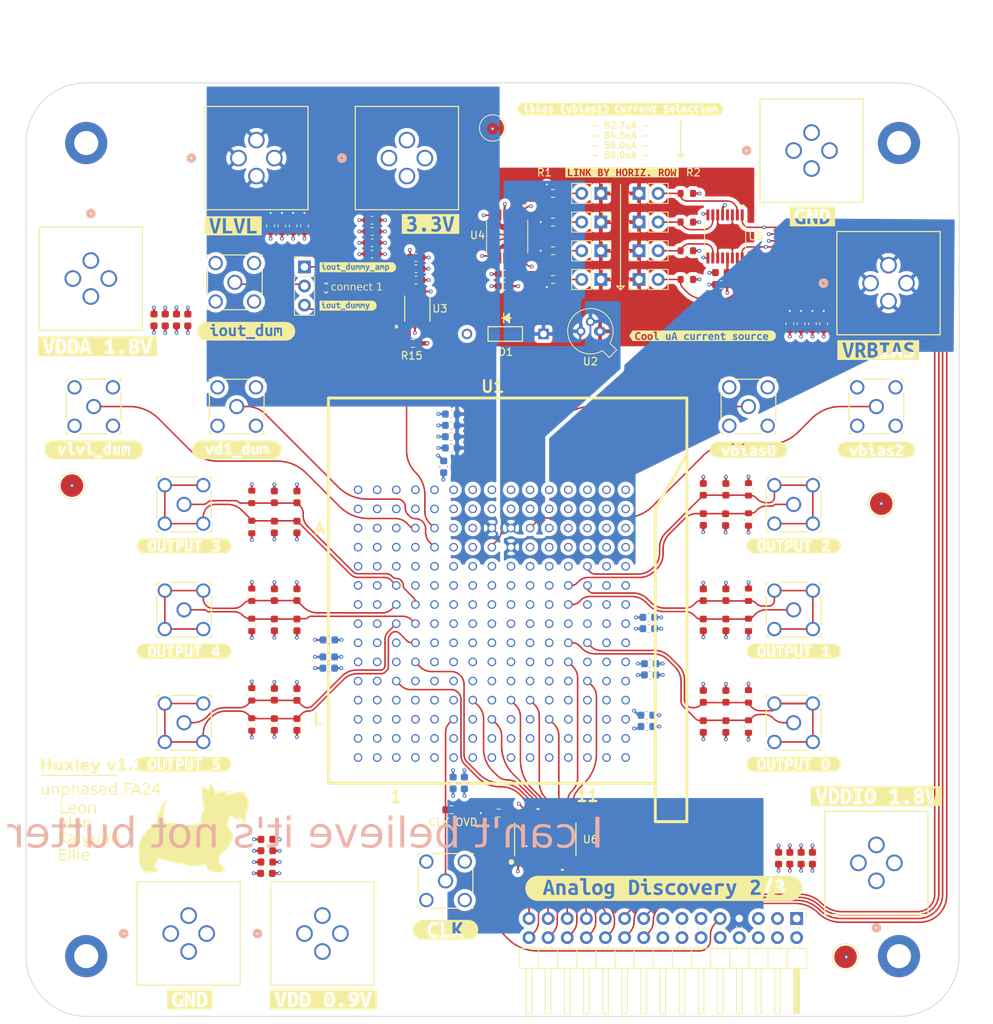
<source format=kicad_pcb>
(kicad_pcb (version 20240108) (generator "pcbnew") (generator_version "8.0")
  (layers (0 "F.Cu" signal) (1 "In1.Cu" power "GND") (2 "In2.Cu" power "C.Cu") (31 "B.Cu" signal) (34 "B.Paste" user) (35 "F.Paste" user) (36 "B.SilkS" user "B.Silkscreen") (37 "F.SilkS" user "F.Silkscreen") (38 "B.Mask" user) (39 "F.Mask" user) (44 "Edge.Cuts" user))
  (net 0 "")
  (net 1 "SPI_COPI")
  (net 2 "IO_UCLK_3V3")
  (net 3 "SPI_CLK")
  (net 4 "GND")
  (net 5 "TSCAN_OUT")
  (net 6 "LVLS_EN")
  (net 7 "SPI_CS_L")
  (net 8 "IO_UCLK")
  (net 9 "PP_SYS_3V3")
  (net 11 "SPI_COPI_3V3")
  (net 12 "TSCAN_OUT_3V3")
  (net 13 "SPI_CIPO_3V3")
  (net 14 "PP_VDD_0V9")
  (net 15 "RST_L_3V3")
  (net 16 "SPI_CS_L_3V3")
  (net 17 "SPI_CLK_3V3")
  (net 18 "SPI_CIPO")
  (net 19 "TSCAN_EN_3V3")
  (net 20 "SCAN_EN")
  (net 22 "RST_L")
  (net 23 "SCAN_EN_3V3")
  (net 24 "TSCAN_EN")
  (net 25 "CLK")
  (net 26 "PP_TAVDD_1V8")
  (net 27 "vlvl_p_dummy")
  (net 28 "PP_VDDIO_1V8")
  (net 29 "vbias0")
  (net 30 "vd1_dummy")
  (net 31 "vlvl")
  (net 32 "vrbias")
  (net 33 "vbias1")
  (net 34 "vbias2")
  (net 35 "iout_dummy")
  (net 36 "/ibias/ibias_m")
  (net 37 "iout_dummy_amp")
  (net 41 "/ibias/ibias_rset")
  (net 42 "/ibias/R1_1")
  (net 43 "/ibias/R1_2")
  (net 44 "/ibias/R1_3")
  (net 45 "/ibias/R1_4")
  (net 46 "/ibias/R2_1")
  (net 47 "/ibias/R2_2")
  (net 48 "/ibias/R2_3")
  (net 49 "/ibias/R2_4")
  (net 54 "IBIAS_SEL3")
  (net 55 "IBIAS_SEL4")
  (net 56 "IBIAS_SEL1")
  (net 57 "IBIAS_SEL2")
  (net 58 "PP_AD2_3V3")
  (net 61 "Net-(J6C-WaveformGen1)")
  (net 66 "iout_dummy_amp_conn")
  (net 67 "output_0+")
  (net 68 "output_0-")
  (net 69 "output_1+")
  (net 70 "output_1-")
  (net 71 "output_2+")
  (net 72 "output_3+")
  (net 73 "output_2-")
  (net 74 "output_3-")
  (net 75 "output_4+")
  (net 76 "output_5+")
  (net 77 "output_4-")
  (net 78 "output_5-")
  (net 79 "scope_ch1+")
  (net 80 "scope_ch1-")
  (net 81 "scope_ch2+")
  (net 82 "scope_ch2-")
  (footprint "Resistor_SMD:R_0603_1608Metric" (layer "F.Cu") (at 73 126.225 90)
    (property "Reference" "R10" (hide yes))
    (property "Value" "50")
  )
  (footprint "kibuzzard-6717EECA" (layer "F.Cu") (at 52 93.75)
    (property "Reference" "kibuzzard-6717EECA" (hide yes))
    (property "Value" "G***" (hide yes))
  )
  (footprint "Capacitor_SMD:C_0603_1608Metric" (layer "F.Cu") (at 133 99 90)
    (property "Reference" "C69" (hide yes))
    (property "Value" "x")
  )
  (footprint "Capacitor_SMD:C_0603_1608Metric" (layer "F.Cu") (at 106.534 70.405 180)
    (property "Reference" "C16" (hide yes))
    (property "Value" "0.1u")
  )
  (footprint "Resistor_SMD:R_0603_1608Metric" (layer "F.Cu") (at 130.81 67.31)
    (property "Reference" "R20" (hide yes))
    (property "Value" "898k")
  )
  (footprint "kibuzzard-6717ED7A" (layer "F.Cu") (at 52.5 80)
    (property "Reference" "kibuzzard-6717ED7A" (hide yes))
    (property "Value" "G***" (hide yes))
  )
  (footprint "kibuzzard-6717E572" (layer "F.Cu") (at 64 120.5)
    (property "Reference" "kibuzzard-6717E572" (hide yes))
    (property "Value" "G***" (hide yes))
  )
  (footprint "kibuzzard-6717DA65" (layer "F.Cu") (at 87.1 69.5)
    (property "Reference" "kibuzzard-6717DA65" (hide yes))
    (property "Value" "G***" (hide yes))
  )
  (footprint "0_726_footprints:CONN_RF2-04A-T-00-50-G_ADM" (layer "F.Cu") (at 71 88)
    (property "Reference" "J19" (hide yes))
    (property "Value" "SMA_RF2-04A-T-00-50-G")
  )
  (footprint "Capacitor_SMD:C_0603_1608Metric" (layer "F.Cu") (at 144.5 77 -90)
    (property "Reference" "C37" (hide yes))
    (property "Value" "0.1u")
  )
  (footprint "0_726_footprints:CONN_RF2-04A-T-00-50-G_ADM" (layer "F.Cu") (at 98.75 151)
    (property "Reference" "J5" (hide yes))
    (property "Value" "SMA_RF2-04A-T-00-50-G")
  )
  (footprint "Capacitor_SMD:C_0603_1608Metric" (layer "F.Cu") (at 75 147 180)
    (property "Reference" "C21" (hide yes))
    (property "Value" "1u")
  )
  (footprint "Capacitor_SMD:C_0603_1608Metric" (layer "F.Cu") (at 133 126.5 90)
    (property "Reference" "C64" (hide yes))
    (property "Value" "x")
  )
  (footprint "kibuzzard-6717EEBB" (layer "F.Cu") (at 71 93.75)
    (property "Reference" "kibuzzard-6717EEBB" (hide yes))
    (property "Value" "G***" (hide yes))
  )
  (footprint "MountingHole:MountingHole_3.2mm_M3_DIN965_Pad_TopBottom" (layer "F.Cu") (at 51 161)
    (property "Reference" "H3" (hide yes))
    (property "Value" "MountingHole")
  )
  (footprint "0_726_footprints:DIO_1N457" (layer "F.Cu") (at 111.76 78.359)
    (property "Reference" "D1")
    (property "Value" "1N457")
  )
  (footprint "Capacitor_SMD:C_0603_1608Metric" (layer "F.Cu") (at 106.534 72.005 180)
    (property "Reference" "C17" (hide yes))
    (property "Value" "0.1u")
  )
  (footprint "Resistor_SMD:R_0603_1608Metric" (layer "F.Cu") (at 73 117 -90)
    (property "Reference" "R9" (hide yes))
    (property "Value" "50")
  )
  (footprint "Capacitor_SMD:C_0603_1608Metric" (layer "F.Cu") (at 77 64 -90)
    (property "Reference" "C41" (hide yes))
    (property "Value" "1u")
  )
  (footprint "0_726_footprints:banana_plug_CT3151V1-0" (layer "F.Cu") (at 71.2248 55)
    (property "Reference" "J24" (hide yes))
    (property "Value" "CT3151V1-2")
  )
  (footprint "Capacitor_SMD:C_0603_1608Metric" (layer "F.Cu") (at 89 64.75 180)
    (property "Reference" "C29" (hide yes))
    (property "Value" "1u")
  )
  (footprint "Resistor_SMD:R_0603_1608Metric" (layer "F.Cu") (at 105.8 142)
    (property "Reference" "R22" (hide yes))
    (property "Value" "10k")
  )
  (footprint "Capacitor_SMD:C_0603_1608Metric" (layer "F.Cu") (at 135.962 103.026 -90)
    (property "Reference" "C5" (hide yes))
    (property "Value" "3.19pF")
  )
  (footprint "kibuzzard-6717EF05" (layer "F.Cu") (at 156 93.75)
    (property "Reference" "kibuzzard-6717EF05" (hide yes))
    (property "Value" "G***" (hide yes))
  )
  (footprint "Capacitor_SMD:C_0603_1608Metric" (layer "F.Cu") (at 78.5 64 -90)
    (property "Reference" "C42" (hide yes))
    (property "Value" "0.1u")
  )
  (footprint "kibuzzard-6717E567" (layer "F.Cu") (at 64 106.5)
    (property "Reference" "kibuzzard-6717E567" (hide yes))
    (property "Value" "G***" (hide yes))
  )
  (footprint "0_726_footprints:TSSOP24_SOT355-1_NXP" (layer "F.Cu") (at 112 145.5 90)
    (property "Reference" "U6")
    (property "Value" "NVT2010PW_118")
  )
  (footprint "Capacitor_SMD:C_0603_1608Metric" (layer "F.Cu") (at 143 148 -90)
    (property "Reference" "C35" (hide yes))
    (property "Value" "0.1u")
  )
  (footprint "Capacitor_SMD:C_0603_1608Metric" (layer "F.Cu") (at 76 100 90)
    (property "Reference" "C6" (hide yes))
    (property "Value" "3.19pF")
  )
  (footprint "Capacitor_SMD:C_0603_1608Metric" (layer "F.Cu") (at 133 117 -90)
    (property "Reference" "C66" (hide yes))
    (property "Value" "x")
  )
  (footprint "kibuzzard-6717EDA4" (layer "F.Cu") (at 96.75 63.75)
    (property "Reference" "kibuzzard-6717EDA4" (hide yes))
    (property "Value" "G***" (hide yes))
  )
  (footprint "Capacitor_SMD:C_0603_1608Metric" (layer "F.Cu") (at 147.5 148 -90)
    (property "Reference" "C32" (hide yes))
    (property "Value" "10u")
  )
  (footprint "kibuzzard-6717EEDA" (layer "F.Cu") (at 72.25 78)
    (property "Reference" "kibuzzard-6717EEDA" (hide yes))
    (property "Value" "G***" (hide yes))
  )
  (footprint "Capacitor_SMD:C_0603_1608Metric" (layer "F.Cu") (at 136 113 90)
    (property "Reference" "C4" (hide yes))
    (property "Value" "3.19pF")
  )
  (footprint "Resistor_SMD:R_0603_1608Metric" (layer "F.Cu") (at 139 130.5 -90)
    (property "Reference" "R1" (hide yes))
    (property "Value" "50")
  )
  (footprint "Capacitor_SMD:C_0603_1608Metric" (layer "F.Cu") (at 133 113 90)
    (property "Reference" "C67" (hide yes))
    (property "Value" "x")
  )
  (footprint "Capacitor_SMD:C_0603_1608Metric" (layer "F.Cu") (at 135.39 71.805 180)
    (property "Reference" "C18" (hide yes))
    (property "Value" "0.1u")
  )
  (footprint "0_726_footprints:banana_plug_CT3151V1-0" (layer "F.Cu") (at 155.2248 71.6124)
    (property "Reference" "J39" (hide yes))
    (property "Value" "CT3151V1-2")
  )
  (footprint "kibuzzard-6717E514" (layer "F.Cu") (at 98.75 157.5)
    (property "Reference" "kibuzzard-6717E514" (hide yes))
    (property "Value" "G***" (hide yes))
  )
  (footprint "0_726_footprints:banana_plug_CT3151V1-0" (layer "F.Cu") (at 145 54)
    (property "Reference" "J34" (hide yes))
    (property "Value" "CT3151V1-0")
  )
  (footprint "Connector_PinHeader_2.54mm:PinHeader_2x15_P2.54mm_Horizontal" (layer "F.Cu") (at 145.4 156 -90)
    (property "Reference" "J6" (hide yes))
    (property "Value" "~")
  )
  (footprint "Resistor_SMD:R_0603_1608Metric" (layer "F.Cu") (at 139 117 -90)
    (property "Reference" "R3" (hide yes))
    (property "Value" "50")
  )
  (footprint "0_726_footprints:banana_plug_CT3151V1-0" (layer "F.Cu") (at 62.2248 158)
    (property "Reference" "J37" (hide yes))
    (property "Value" "CT3151V1-0")
  )
  (footprint "Connector_PinHeader_2.54mm:PinHeader_1x02_P2.54mm_Vertical" (layer "F.Cu") (at 119.38 71.12 -90)
    (property "Reference" "J27" (hide yes))
    (property "Value" "61300211121")
  )
  (footprint "0_726_footprints:CONN_RF2-04A-T-00-50-G_ADM" (layer "F.Cu") (at 64 115)
    (property "Reference" "J13" (hide yes))
    (property "Value" "SMA_RF2-04A-T-00-50-G")
  )
  (footprint "Resistor_SMD:R_0603_1608Metric" (layer "F.Cu") (at 113.03 63.5 180)
    (property "Reference" "R16" (hide yes))
    (property "Value" "75k")
  )
  (footprint "0_726_footprints:CONN_RF2-04A-T-00-50-G_ADM" (layer "F.Cu") (at 64 101)
    (property "Reference" "J11" (hide yes))
    (property "Value" "SMA_RF2-04A-T-00-50-G")
  )
  (footprint "kibuzzard-6717ED63" (layer "F.Cu") (at 156 139.75)
    (property "Reference" "kibuzzard-6717ED63" (hide yes))
    (property "Value" "G***" (hide yes))
  )
  (footprint "Package_SO:TSSOP-16_4.4x5mm_P0.65mm" (layer "F.Cu") (at 106.934 65.405 -90)
    (property "Reference" "U4")
    (property "Value" "TMUX1112PWR")
  )
  (footprint "Capacitor_SMD:C_0603_1608Metric" (layer "F.Cu") (at 136 99 90)
    (property "Reference" "C7" (hide yes))
    (property "Value" "3.19pF")
  )
  (footprint "kibuzzard-6717E6C7" (layer "F.Cu") (at 145 106.5)
    (property "Reference" "kibuzzard-6717E6C7" (hide yes))
    (property "Value" "G***" (hide yes))
  )
  (footprint "0_726_footprints:CONN_RF2-04A-T-00-50-G_ADM" (layer "F.Cu") (at 139 88)
    (property "Reference" "J17" (hide yes))
    (property "Value" "SMA_RF2-04A-T-00-50-G")
  )
  (footprint "Capacitor_SMD:C_0603_1608Metric" (layer "F.Cu") (at 146 148 -90)
    (property "Reference" "C33" (hide yes))
    (property "Value" "1u")
  )
  (footprint "Capacitor_SMD:C_0603_1608Metric" (layer "F.Cu") (at 94.825 68.2)
    (property "Reference" "C15" (hide yes))
    (property "Value" "10p")
  )
  (footprint "Capacitor_SMD:C_0603_1608Metric" (layer "F.Cu") (at 149 77 -90)
    (property "Reference" "C36" (hide yes))
    (property "Value" "10u")
  )
  (footprint "Capacitor_SMD:C_0603_1608Metric" (layer "F.Cu") (at 76 113 90)
    (property "Reference" "C11" (hide yes))
    (property "Value" "3.19pF")
  )
  (footprint "kibuzzard-6717EF67" (layer "F.Cu") (at 122 48.5)
    (property "Reference" "kibuzzard-6717EF67" (hide yes))
    (property "Value" "G***" (hide yes))
  )
  (footprint "Package_SO:TSSOP-16_4.4x5mm_P0.65mm" (layer "F.Cu") (at 135.89 65.405 -90)
    (property "Reference" "U5")
    (property "Value" "TMUX1112PWR")
  )
  (footprint "0_726_footprints:banana_plug_CT3151V1-0" (layer "F.Cu") (at 51.6124 68.6124 -90)
    (property "Reference" "J2" (hide yes))
    (property "Value" "CT3151V1-2")
  )
  (footprint "0_726_footprints:MAX40201FAUA+" (layer "F.Cu") (at 95 75 90)
    (property "Reference" "U3")
    (property "Value" "MAX40201FAUA+")
  )
  (footprint "0_726_footprints:CPG08462_Full" (layer "F.Cu") (at 122.682 134.62)
    (property "Reference" "U1")
    (property "Value" "~")
  )
  (footprint "Connector_PinHeader_2.54mm:PinHeader_1x02_P2.54mm_Vertical" (layer "F.Cu") (at 124.46 67.31 90)
    (property "Reference" "J30" (hide yes))
    (property "Value" "61300211121")
  )
  (footprint "kibuzzard-6717E4EA" (layer "F.Cu") (at 127.75 152)
    (property "Reference" "kibuzzard-6717E4EA" (hide yes))
    (property "Value" "G***" (hide yes))
  )
  (footprint "Capacitor_SMD:C_0603_1608Metric" (layer "F.Cu") (at 63 76.5 -90)
    (property "Reference" "C26" (hide yes))
    (property "Value" "0.1u")
  )
  (footprint "LOGO" (layer "F.Cu") (at 65.25 144)
    (property "Reference" "G***" (hide yes))
    (property "Value" "LOGO" (hide yes))
  )
  (footprint "Connector_PinHeader_2.54mm:PinHeader_1x02_P2.54mm_Vertical" (layer "F.Cu") (at 124.46 71.12 90)
    (property "Reference" "J31" (hide yes))
    (property "Value" "61300211121")
  )
  (footprint "kibuzzard-6717ED92" (layer "F.Cu") (at 70.5 64)
    (property "Reference" "kibuzzard-6717ED92" (hide yes))
    (property "Value" "G***" (hide yes))
  )
  (footprint "Capacitor_SMD:C_0603_1608Metric" (layer "F.Cu") (at 79 130.225 -90)
    (property "Reference" "C75" (hide yes))
    (property "Value" "x")
  )
  (footprint "TestPoint:TestPoint_Pad_D3.0mm" (layer "F.Cu") (at 49.1 98.5 90)
    (property "Reference" "TP4" (hide yes))
    (property "Value" "TestPoint")
  )
  (footprint "Capacitor_SMD:C_0603_1608Metric" (layer "F.Cu") (at 79 100 90)
    (property "Reference" "C70" (hide yes))
    (property "Value" "x")
  )
  (footprint "Resistor_SMD:R_0603_1608Metric" (layer "F.Cu") (at 130.81 71.12)
    (property "Reference" "R21" (hide yes))
    (property "Value" "665k")
  )
  (footprint "kibuzzard-6717E585" (layer "F.Cu") (at 64 135.5)
    (property "Reference" "kibuzzard-6717E585" (hide yes))
    (property "Value" "G***" (hide yes))
  )
  (footprint "Capacitor_SMD:C_0603_1608Metric" (layer "F.Cu") (at 75 145.49 180)
    (property "Reference" "C20" (hide yes))
    (property "Value" "10u")
  )
  (footprint "Capacitor_SMD:C_0603_1608Metric" (layer "F.Cu") (at 135.39 70.205 180)
    (property "Reference" "C19" (hide yes))
    (property "Value" "0.1u")
  )
  (footprint "Resistor_SMD:R_0603_1608Metric" (layer "F.Cu") (at 73 113 90)
    (property "Reference" "R11" (hide yes))
    (property "Value" "50")
  )
  (footprint "Capacitor_SMD:C_0603_1608Metric" (layer "F.Cu") (at 76 104 -90)
    (property "Reference" "C8" (hide yes))
    (property "Value" "3.19pF")
  )
  (footprint "Connector_PinHeader_2.54mm:PinHeader_1x02_P2.54mm_Vertical" (layer "F.Cu") (at 124.46 59.69 90)
    (property "Reference" "J28" (hide yes))
    (property "Value" "61300211121")
  )
  (footprint "Capacitor_SMD:C_0603_1608Metric" (layer "F.Cu") (at 76 117 -90)
    (property "Reference" "C9" (hide yes))
    (property "Value" "3.19pF")
  )
  (footprint "Capacitor_SMD:C_0603_1608Metric" (layer "F.Cu") (at 79 117 -90)
    (property "Reference" "C72" (hide yes))
    (property "Value" "x")
  )
  (footprint "Capacitor_SMD:C_0603_1608Metric" (layer "F.Cu") (at 133 103 -90)
    (property "Reference" "C68" (hide yes))
    (property "Value" "x")
  )
  (footprint "Resistor_SMD:R_0603_1608Metric" (layer "F.Cu") (at 73 100 90)
    (property "Reference" "R6" (hide yes))
    (property "Value" "50")
  )
  (footprint "Capacitor_SMD:C_0603_1608Metric" (layer "F.Cu") (at 74.95 150 180)
    (property "Reference" "C23" (hide yes))
    (property "Value" "0.1u")
  )
  (footprint "Resistor_SMD:R_0603_1608Metric" (layer "F.Cu") (at 113.03 71.12 180)
    (property "Reference" "R18" (hide yes))
    (property "Value" "66.5k")
  )
  (footprint "Resistor_SMD:R_0603_1608Metric" (layer "F.Cu") (at 139 103 -90)
    (property "Reference" "R5" (hide yes))
    (property "Value" "50")
  )
  (footprint "Capacitor_SMD:C_0603_1608Metric" (layer "F.Cu") (at 94.825 71.2)
    (property "Reference" "C13" (hide yes))
    (property "Value" "0.1u")
  )
  (footprint "Capacitor_SMD:C_0603_1608Metric" (layer "F.Cu") (at 61.5 76.5 -90)
    (property "Reference" "C25" (hide yes))
    (property "Value" "1u")
  )
  (footprint "0_726_footprints:CONN_RF2-04A-T-00-50-G_ADM" (layer "F.Cu") (at 156 88)
    (property "Reference" "J18" (hide yes))
    (property "Value" "SMA_RF2-04A-T-00-50-G")
  )
  (footprint "kibuzzard-6717E6C2" (layer "F.Cu") (at 145 120.5)
    (property "Reference" "kibuzzard-6717E6C2" (hide yes))
    (property "Value" "G***" (hide yes))
  )
  (footprint "Capacitor_SMD:C_0603_1608Metric" (layer "F.Cu") (at 144.5 148 -90)
    (property "Reference" "C34" (hide yes))
    (property "Value" "0.1u")
  )
  (footprint "Capacitor_SMD:C_0603_1608Metric" (layer "F.Cu") (at 136 130.5 -90)
    (property "Reference" "C1" (hide yes))
    (property "Value" "3.19pF")
  )
  (footprint "Resistor_SMD:R_0603_1608Metric" (layer "F.Cu") (at 113.03 67.31 180)
    (property "Reference" "R17" (hide yes))
    (property "Value" "89.8k")
  )
  (footprint "Connector_PinHeader_2.54mm:PinHeader_1x02_P2.54mm_Vertical" (layer "F.Cu") (at 119.38 67.31 -90)
    (property "Reference" "J26" (hide yes))
    (property "Value" "61300211121")
  )
  (footprint "0_726_footprints:CONN_RF2-04A-T-00-50-G_ADM" (layer "F.Cu") (at 64 130)
    (property "Reference" "J15" (hide yes))
    (property "Value" "SMA_RF2-04A-T-00-50-G")
  )
  (footprint "kibuzzard-6717EF01" (layer "F.Cu") (at 139 93.75)
    (property "Reference" "kibuzzard-6717EF01" (hide yes))
    (property "Value" "G***" (hide yes))
  )
  (footprint "kibuzzard-6717ED1A" (layer "F.Cu") (at 147.5 62.75)
    (property "Reference" "kibuzzard-6717ED1A" (hide yes))
    (property "Value" "G***" (hide yes))
  )
  (footprint "Resistor_SMD:R_0603_1608Metric" (layer "F.Cu") (at 130.81 59.69)
    (property "Reference" "R14" (hide yes))
    (property "Value" "16.2k")
  )
  (footprint "Capacitor_SMD:C_0603_1608Metric" (layer "F.Cu") (at 89 67.75 180)
    (property "Reference" "C31" (hide yes))
    (property "Value" "0.1u")
  )
  (footprint "Connector_PinHeader_2.54mm:PinHeader_1x03_P2.54mm_Vertical" (layer "F.Cu") (at 80 69.45)
    (property "Reference" "J32" (hide yes))
    (property "Value" "61300211121")
  )
  (footprint "0_726_footprints:banana_plug_CT3151V1-0" (layer "F.Cu") (at 91.2248 55)
    (property "Reference" "J35" (hide yes))
    (property "Value" "CT3151V1-2")
  )
  (footprint "Capacitor_SMD:C_0603_1608Metric" (layer "F.Cu") (at 79 104 -90)
    (property "Reference" "C71" (hide yes))
    (property "Value" "x")
  )
  (footprint "Capacitor_SMD:C_0603_1608Metric" (layer "F.Cu") (at 80 64 -90)
    (property "Reference" "C43" (hide yes))
    (property "Value" "0.1u")
  )
  (footprint "Resistor_SMD:R_0603_1608Metric" (layer "F.Cu") (at 73 130.225 -90)
    (property "Reference" "R12" (hide yes))
    (property "Value" "50")
  )
  (footprint "Connector_PinHeader_2.54mm:PinHeader_1x02_P2.54mm_Vertical" (layer "F.Cu") (at 124.46 63.5 90)
    (property "Reference" "J29" (hide yes))
    (property "Value" "61300211121")
  )
  (footprint "Capacitor_SMD:C_0603_1608Metric" (layer "F.Cu") (at 64.5 76.5 -90)
    (property "Reference" "C27" (hide yes))
    (property "Value" "0.1u")
  )
  (footprint "Capacitor_SMD:C_0603_1608Metric" (layer "F.Cu") (at 146 77 -90)
    (property "Reference" "C38" (hide yes))
    (property "Value" "1n")
  )
  (footprint "kibuzzard-6717DA4B" (layer "F.Cu") (at 85.8 74.6)
    (property "Reference" "kibuzzard-6717DA4B" (hide yes))
    (property "Value" "G***" (hide yes))
  )
  (footprint "MountingHole:MountingHole_3.2mm_M3_DIN965_Pad_TopBottom" (layer "F.Cu") (at 159 53)
    (property "Reference" "H1" (hide yes))
    (property "Value" "MountingHole")
  )
  (footprint "MountingHole:MountingHole_3.2mm_M3_DIN965_Pad_TopBottom" (layer "F.Cu") (at 51 53)
    (property "Reference" "H4" (hide yes))
    (property "Value" "MountingHole")
  )
  (footprint "Resistor_SMD:R_0603_1608Metric" (layer "F.Cu") (at 130.81 63.5)
    (property "Reference" "R19" (hide yes))
    (property "Value" "750k")
  )
  (footprint "Capacitor_SMD:C_0603_1608Metric" (layer "F.Cu") (at 133 130.5 -90)
    (property "Reference" "C65" (hide yes))
    (property "Value" "x")
  )
  (footprint "Capacitor_SMD:C_0603_1608Metric" (layer "F.Cu") (at 75.5 64 -90)
    (property "Reference" "C40" (hide yes))
    (property "Value" "10u")
  )
  (footprint "Resistor_SMD:R_0603_1608Metric" (layer "F.Cu") (at 113.03 59.69 180)
    (property "Reference" "R13" (hide yes))
    (property "Value" "1.62k")
  )
  (footprint "0_726_footprints:CONN_RF2-04A-T-00-50-G_ADM" (layer "F.Cu") (at 145 130)
    (property "Reference" "J4" (hide yes))
    (property "Value" "SMA_RF2-04A-T-00-50-G")
  )
  (footprint "Connector_PinHeader_2.54mm:PinHeader_1x02_P2.54mm_Vertical" (layer "F.Cu") (at 119.38 63.5 -90)
    (property "Reference" "J25" (hide yes))
    (property "Value" "61300211121")
  )
  (footprint "Capacitor_SMD:C_0603_1608Metric" (layer "F.Cu") (at 89 66.25 180)
    (property "Reference" "C30" (hide yes))
    (property "Value" "0.1u")
  )
  (footprint "kibuzzard-6717E6BD" (layer "F.Cu") (at 145 135.5)
    (property "Reference" "kibuzzard-6717E6BD" (hide yes))
    (property "Value" "G***" (hide yes))
  )
  (footprint "0_726_footprints:CONN_RF2-04A-T-00-50-G_ADM" (layer "F.Cu") (at 145 115)
    (property "Reference" "J7" (hide yes))
    (property "Value" "SMA_RF2-04A-T-00-50-G")
  )
  (footprint "Capacitor_SMD:C_0603_1608Metric" (layer "F.Cu") (at 89 63.25 180)
    (property "Reference" "C28" (hide yes))
    (property "Value" "10u")
  )
  (footprint "Resistor_SMD:R_0603_1608Metric" (layer "F.Cu") (at 73 104 -90)
    (property "Reference" "R8" (hide yes))
    (property "Value" "50")
  )
  (footprint "MountingHole:MountingHole_3.2mm_M3_DIN965_Pad_TopBottom" (layer "F.Cu") (at 159 161)
    (property "Reference" "H2" (hide yes))
    (property "Value" "MountingHole")
  )
  (footprint "Capacitor_SMD:C_0603_1608Metric" (layer "F.Cu") (at 76 126.225 90)
    (property "Reference" "C10" (hide yes))
    (property "Value" "3.19pF")
  )
  (footprint "TestPoint:TestPoint_Pad_D3.0mm" (layer "F.Cu") (at 151.9 161.1 90)
    (property "Reference" "TP3" (hide yes))
    (property "Value" "TestPoint")
  )
  (footprint "0_726_footprints:CONN_RF2-04A-T-00-50-G_ADM" (layer "F.Cu") (at 70.75 71.5)
    (property "Reference" "J22" (hide yes))
    (property "Value" "SMA_RF2-04A-T-00-50-G")
  )
  (footprint "0_726_footprints:banana_plug_CT3151V1-0" (layer "F.Cu") (at 156 151 90)
    (property "Reference" "J1" (hide yes))
    (property "Value" "CT3151V1-2")
  )
  (footprint "Capacitor_SMD:C_0603_1608Metric" (layer "F.Cu") (at 147.5 77 -90)
    (property "Reference" "C39" (hide yes))
    (property "Value" "10p")
  )
  (footprint "Capacitor_SMD:C_0603_1608Metric" (layer "F.Cu") (at 79 126.252 90)
    (property "Reference" "C74" (hide yes))
    (property "Value" "x")
  )
  (footprint "TestPoint:TestPoint_Pad_D3.0mm" (layer "F.Cu") (at 105 51 90)
    (property "Reference" "TP1" (hide yes))
    (property "Value" "TestPoint")
  )
  (footprint "Resistor_SMD:R_0603_1608Metric" (layer "F.Cu") (at 94.39188 79.604)
    (property "Reference" "R15")
    (property "Value" "500")
  )
  (footprint "Capacitor_SMD:C_0603_1608Metric" (layer "F.Cu") (at 136 126.5 90)
    (property "Reference" "C2" (hide yes))
    (property "Value" "3.19pF")
  )
  (footprint "kibuzzard-6717EDC6" (layer "F.Cu") (at 156.25 80.5)
    (property "Reference" "kibuzzard-6717EDC6" (hide yes))
    (property "Value" "G***" (hide yes))
  )
  (footprint "Connector_PinHeader_2.54mm:PinHeader_1x02_P2.54mm_Vertical" (layer "F.Cu") (at 119.38 59.69 -90)
    (property "Reference" "J21" (hide yes))
    (property "Value" "61300211121")
  )
  (footprint "Resistor_SMD:R_0603_1608Metric" (layer "F.Cu") (at 139 99 90)
    (property "Reference" "R7" (hide yes))
    (property "Value" "50")
  )
  (footprint "Resistor_SMD:R_0603_1608Metric" (layer "F.Cu") (at 139 126.5 90)
    (property "Reference" "R2" (hide yes))
    (property "Value" "50")
  )
  (footprint "Capacitor_SMD:C_0603_1608Metric" (layer "F.Cu") (at 94.825 69.7)
    (property "Reference" "C14" (hide yes))
    (property "Value" "1n")
  )
  (footprint "Package_TO_SOT_THT:TO-46-3" (layer "F.Cu") (at 119.27 78 180)
    (property "Reference" "U2")
    (property "Value" "LM134H")
  )
  (footprint "kibuzzard-6717ED42" (layer "F.Cu") (at 82.5 166.75)
    (property "Reference" "kibuzzard-6717ED42" (hide yes))
    (property "Value" "G***" (hide yes))
  )
  (footprint "Capacitor_SMD:C_0603_1608Metric" (layer "F.Cu") (at 76 130.225 -90)
    (property "Reference" "C12" (hide yes))
    (property "Value" "3.19pF")
  )
  (footprint "Capacitor_SMD:C_0603_1608Metric" (layer "F.Cu") (at 136 117 -90)
    (property "Reference" "C3" (hide yes))
    (property "Value" "3.19pF")
  )
  (footprint "Capacitor_SMD:C_0603_1608Metric" (layer "F.Cu") (at 79 113 90)
    (property "Reference" "C73" (hide yes))
    (property "Value" "x")
  )
  (footprint "0_726_footprints:banana_plug_CT3151V1-0" (layer "F.Cu") (at 80 158)
    (property "Reference" "J3" (hide yes))
    (property "Value" "CT3151V1-2")
  )
  (footprint "0_726_footprints:CONN_RF2-04A-T-00-50-G_ADM" (layer "F.Cu") (at 52 88)
    (property "Reference" "J20" (hide yes))
    (property "Value" "SMA_RF2-04A-T-00-50-G")
  )
  (footprint "Resistor_SMD:R_0603_1608Metric" (layer "F.Cu") (at 99.55 141.55)
    (property "Reference" "R32" (hide yes))
    (property "Value" "R")
  )
  (footprint "kibuzzard-6717ED1A" (layer "F.Cu") (at 64.75 166.75)
    (property "Reference" "kibuzzard-6717ED1A" (hide yes))
    (property "Value" "G***" (hide yes))
  )
  (footprint "kibuzzard-6717F38C" (layer "F.Cu") (at 122.2 56.9)
    (property "Reference" "kibuzzard-6717F38C" (hide yes))
    (property "Value" "G***" (hide yes))
  )
  (footprint "0_726_footprints:CONN_RF2-04A-T-00-50-G_ADM" (layer "F.Cu") (at 145 101)
    (property "Reference" "J9" (hide yes))
    (property "Value" "SMA_RF2-04A-T-00-50-G")
  )
  (footprint "kibuzzard-6717F3BE" (layer "F.Cu") (at 132.9 78.6)
    (property "Reference" "kibuzzard-6717F3BE" (hide yes))
    (property "Value" "G***" (hide yes))
  )
  (footprint "Capacitor_SMD:C_0603_1608Metric" (layer "F.Cu") (at 75 148.5 180)
    (property "Reference" "C22" (hide yes))
    (property "Value" "0.1u")
  )
  (footprint "TestPoint:TestPoint_Pad_D3.0mm" (layer "F.Cu") (at 156.65 100.9 90)
    (property "Reference" "TP2" (hide yes))
    (property "Value" "TestPoint")
  )
  (footprint "Capacitor_SMD:C_0603_1608Metric" (layer "F.Cu") (at 60 76.5 -90)
    (property "Reference" "C24" (hide yes))
    (property "Value" "10u")
  )
  (footprint "Resistor_SMD:R_0603_1608Metric" (layer "F.Cu") (at 139 113 90)
    (property "Reference" "R4" (hide yes))
    (property "Value" "50")
  )
  (footprint "Capacitor_SMD:C_0603_1608Metric" (layer "B.Cu") (at 99.5 93.5 180)
    (property "Reference" "C63" (hide yes))
    (property "Value" "10p")
  )
  (footprint "Capacitor_SMD:C_0603_1608Metric" (layer "B.Cu") (at 99.5 90.5 180)
    (property "Reference" "C61" (hide yes))
    (property "Value" "1n")
  )
  (footprint "Capacitor_SMD:C_0603_1608Metric" (layer "B.Cu") (at 125.75 116)
    (property "Reference" "C55" (hide yes))
    (property "Value" "10p")
  )
  (footprint "Capacitor_SMD:C_0603_1608Metric" (layer "B.Cu") (at 99.5 89 180)
    (property "Reference" "C60" (hide yes))
    (property "Value" "1n")
  )
  (footprint "Capacitor_SMD:C_0603_1608Metric" (layer "B.Cu") (at 125.95 122.15)
    (property "Reference" "C47" (hide yes))
    (property "Value" "10p")
  )
  (footprint "Capacitor_SMD:C_0603_1608Metric" (layer "B.Cu") (at 99.5 92 180)
    (property "Reference" "C62" (hide yes))
    (property "Value" "10p")
  )
  (footprint "Capacitor_SMD:C_0603_1608Metric" (layer "B.Cu") (at 99.75 138 -90)
    (property "Reference" "C50" (hide yes))
    (property "Value" "10p")
  )
  (footprint "Capacitor_SMD:C_0603_1608Metric" (layer "B.Cu") (at 83.225 121.25 180)
    (property "Reference" "C44" (hide yes))
    (property "Value" "1n")
  )
  (footprint "Capacitor_SMD:C_0603_1608Metric" (layer "B.Cu") (at 83.225 122.75 180)
    (property "Reference" "C45" (hide yes))
    (property "Value" "10p")
  )
  (footprint "Capacitor_SMD:C_0603_1608Metric" (layer "B.Cu") (at 125.5 130.5)
    (property "Reference" "C48" (hide yes))
    (property "Value" "1n")
  )
  (footprint "Capacitor_SMD:C_0603_1608Metric" (layer "B.Cu") (at 101.25 138 -90)
    (property "Reference" "C51" (hide yes))
    (property "Value" "10p")
  )
  (footprint "Capacitor_SMD:C_0603_1608Metric" (layer "B.Cu") (at 83.25 119 180)
    (property "Reference" "C53" (hide yes))
    (property "Value" "1n")
  )
  (footprint "Capacitor_SMD:C_0603_1608Metric" (layer "B.Cu") (at 125.5 129)
    (property "Reference" "C49" (hide yes))
    (property "Value" "1n")
  )
  (footprint "Capacitor_SMD:C_0603_1608Metric" (layer "B.Cu") (at 125.75 117.5)
    (property "Reference" "C54" (hide yes))
    (property "Value" "10p")
  )
  (footprint "Capacitor_SMD:C_0603_1608Metric" (layer "B.Cu") (at 98.5 96 90)
    (property "Reference" "C52" (hide yes))
    (property "Value" "1n")
  )
  (footprint "Capacitor_SMD:C_0603_1608Metric" (layer "B.Cu") (at 125.95 123.65)
    (property "Reference" "C46" (hide yes))
    (property "Value" "1n")
  )
  (gr_line (start 129.5 54.5) (end 130.5 54.5) (stroke (width 0.15)) (layer "F.SilkS"))
  (gr_line (start 130.5 54.5) (end 130 55) (stroke (width 0.15)) (layer "F.SilkS"))
  (gr_line (start 122.5 72) (end 122 72.5) (stroke (width 0.15)) (layer "F.SilkS"))
  (gr_line (start 122 58.5) (end 122 72.5) (stroke (width 0.15)) (layer "F.SilkS"))
  (gr_line (start 45 137) (end 55 137) (stroke (width 0.15)) (layer "F.SilkS"))
  (gr_line (start 130 50) (end 130 55) (stroke (width 0.15)) (layer "F.SilkS"))
  (gr_line (start 121.5 72) (end 122.5 72) (stroke (width 0.15)) (layer "F.SilkS"))
  (gr_line (start 130 55) (end 129.5 54.5) (stroke (width 0.15)) (layer "F.SilkS"))
  (gr_line (start 122 72.5) (end 121.5 72) (stroke (width 0.15)) (layer "F.SilkS"))
  (gr_circle (center 107.5 148.5) (end 107.8 148.5) (stroke (width 0.15)) (fill solid) (layer "F.SilkS"))
  (gr_arc (start 159 45) (mid 164.656854 47.343146) (end 167 53) (stroke (width 0.1)) (layer "Edge.Cuts"))
  (gr_line (start 159 169) (end 51 169) (stroke (width 0.1)) (layer "Edge.Cuts"))
  (gr_arc (start 51 169) (mid 45.343146 166.656854) (end 43 161) (stroke (width 0.1)) (layer "Edge.Cuts"))
  (gr_arc (start 167 161) (mid 164.656854 166.656854) (end 159 169) (stroke (width 0.1)) (layer "Edge.Cuts"))
  (gr_line (start 43 161) (end 43 53) (stroke (width 0.1)) (layer "Edge.Cuts"))
  (gr_line (start 51 45) (end 159 45) (stroke (width 0.1)) (layer "Edge.Cuts"))
  (gr_line (start 167 53) (end 167 161) (stroke (width 0.1)) (layer "Edge.Cuts"))
  (gr_arc (start 43 53) (mid 45.343146 47.343146) (end 51 45) (stroke (width 0.1)) (layer "Edge.Cuts"))
  (gr_text "I can't believe it's not butter" (at 119.75 147.25 0) (layer "B.SilkS") (effects (font (size 4 4)) (justify left bottom mirror)))
  (gr_text "Kaiyuan" (at 47.15 146.3 0) (layer "F.SilkS") (effects (font (size 1.5 1.5)) (justify left bottom)))
  (gr_text "connect 1" (at 83.5 72.75 0) (layer "F.SilkS") (effects (font (size 1 1)) (justify left bottom)))
  (gr_text "R2" (at 130.6 57.5 0) (layer "F.SilkS") (effects (font (size 1 1)) (justify left bottom)))
  (gr_text "Huxley v1.1" (at 44.8 136.6 0) (layer "F.SilkS") (effects (font (size 1.5 1.5)) (justify left bottom)))
  (gr_text "CLK OVD" (at 96.4 143.8 0) (layer "F.SilkS") (effects (font (size 1 1)) (justify left bottom)))
  (gr_text "unphased FA24" (at 44.9 139.8 0) (layer "F.SilkS") (effects (font (size 1.5 1.5)) (justify left bottom)))
  (gr_text "^" (at 83.25 71.75 180) (layer "F.SilkS") (effects (font (size 1 1)) (justify left bottom)))
  (gr_text "^" (at 82.5 72.75 0) (layer "F.SilkS") (effects (font (size 1 1)) (justify left bottom)))
  (gr_text "Ellie" (at 47.15 148.55 0) (layer "F.SilkS") (effects (font (size 1.5 1.5)) (justify left bottom)))
  (gr_text "- 86.0uA -" (at 118 53.8 0) (layer "F.SilkS") (effects (font (size 0.85 0.85)) (justify left bottom)))
  (gr_text "- 88.0uA -" (at 118 55.1 0) (layer "F.SilkS") (effects (font (size 0.85 0.85)) (justify left bottom)))
  (gr_text "- 84.5uA -" (at 118 52.5 0) (layer "F.SilkS") (effects (font (size 0.85 0.85)) (justify left bottom)))
  (gr_text "Alan" (at 47.15 144.3 0) (layer "F.SilkS") (effects (font (size 1.5 1.5)) (justify left bottom)))
  (gr_text "- 82.7uA -" (at 118 51.15 0) (layer "F.SilkS") (effects (font (size 0.85 0.85)) (justify left bottom)))
  (gr_text "Leon" (at 47.4 142.3 0) (layer "F.SilkS") (effects (font (size 1.5 1.5)) (justify left bottom)))
  (gr_text "R1\n" (at 110.8 57.5 0) (layer "F.SilkS") (effects (font (size 1 1)) (justify left bottom)))
  (segment (start 111.675002 141.661126) (end 111.675002 142.54725) (width 0.2032) (layer "F.Cu") (net 1))
  (segment (start 105.551 130.189) (end 104.902 129.54) (width 0.2032) (layer "F.Cu") (net 1))
  (segment (start 111.048417 140.148417) (end 107.777555 136.877555) (width 0.2032) (layer "F.Cu") (net 1))
  (segment (start 106.2 131.755824) (end 106.2 133.069) (width 0.2032) (layer "F.Cu") (net 1))
  (arc (start 111.048417 140.148417) (mid 111.512157 140.842453) (end 111.675002 141.661126) (width 0.2032) (layer "F.Cu") (net 1))
  (arc (start 106.2 133.069) (mid 106.609993 135.130175) (end 107.777555 136.877555) (width 0.2032) (layer "F.Cu") (net 1))
  (arc (start 105.551 130.189) (mid 106.03133 130.907865) (end 106.2 131.755824) (width 0.2032) (layer "F.Cu") (net 1))
  (segment (start 113.6 155.420801) (end 113.6 156.457329) (width 0.2032) (layer "F.Cu") (net 2))
  (segment (start 112.99 157.93) (end 112.38 158.54) (width 0.2032) (layer "F.Cu") (net 2))
  (segment (start 111.934425 151.934425) (end 112.312499 152.312499) (width 0.2032) (layer "F.Cu") (net 2))
  (segment (start 111.024998 149.738874) (end 111.024998 148.45275) (width 0.2032) (layer "F.Cu") (net 2))
  (arc (start 111.024998 149.738874) (mid 111.26135 150.927097) (end 111.934425 151.934425) (width 0.2032) (layer "F.Cu") (net 2))
  (arc (start 113.6 156.457329) (mid 113.441466 157.254332) (end 112.99 157.93) (width 0.2032) (layer "F.Cu") (net 2))
  (arc (start 112.312499 152.312499) (mid 113.265389 153.7386) (end 113.6 155.420801) (width 0.2032) (layer "F.Cu") (net 2))
  (segment (start 111.2 137.895414) (end 111.2 129.079256) (width 0.2032) (layer "F.Cu") (net 3))
  (segment (start 112.087499 140.038027) (end 112.401633 140.352161) (width 0.2032) (layer "F.Cu") (net 3))
  (segment (start 112.974999 141.736388) (end 112.974999 142.54725) (width 0.2032) (layer "F.Cu") (net 3))
  (segment (start 110.591 127.609) (end 109.982 127) (width 0.2032) (layer "F.Cu") (net 3))
  (arc (start 112.401633 140.352161) (mid 112.825986 140.987249) (end 112.974999 141.736388) (width 0.2032) (layer "F.Cu") (net 3))
  (arc (start 110.591 127.609) (mid 111.041726 128.283559) (end 111.2 129.079256) (width 0.2032) (layer "F.Cu") (net 3))
  (arc (start 111.2 137.895414) (mid 111.430653 139.054987) (end 112.087499 140.038027) (width 0.2032) (layer "F.Cu") (net 3))
  (segment (start 61.5 78.2) (end 61.5 77.275) (width 0.3048) (layer "F.Cu") (net 4))
  (segment (start 139 118.7) (end 139 117.825) (width 0.3048) (layer "F.Cu") (net 4))
  (segment (start 136 97.35) (end 136 98.225) (width 0.3048) (layer "F.Cu") (net 4))
  (segment (start 96.08712 72.7902) (end 96.01092 72.8664) (width 0.254) (layer "F.Cu") (net 4))
  (segment (start 152 161.1) (end 151.9 161.1) (width 0.254) (layer "F.Cu") (net 4))
  (segment (start 87.3 64.75) (end 88.225 64.75) (width 0.3048) (layer "F.Cu") (net 4))
  (segment (start 149 78.7) (end 149 77.775) (width 0.3048) (layer "F.Cu") (net 4))
  (segment (start 73 131.95) (end 73 131.05) (width 0.3048) (layer "F.Cu") (net 4))
  (segment (start 131.64 59.695) (end 131.635 59.69) (width 0.3048) (layer "F.Cu") (net 4))
  (segment (start 73 98.325) (end 73 98.3) (width 0.254) (layer "F.Cu") (net 4))
  (segment (start 139 124.8) (end 139 125.675) (width 0.3048) (layer "F.Cu") (net 4))
  (segment (start 135.962 104.726) (end 135.962 103.801) (width 0.3048) (layer "F.Cu") (net 4))
  (segment (start 133.8 70.25) (end 133.8225 70.2275) (width 0.3048) (layer "F.Cu") (net 4))
  (segment (start 73 98.325) (end 73 99.175) (width 0.254) (layer "F.Cu") (net 4))
  (segment (start 76 118.7) (end 76 117.775) (width 0.3048) (layer "F.Cu") (net 4))
  (segment (start 94.6796 77.141657) (end 94.6796 78.2356) (width 0.254) (layer "F.Cu") (net 4))
  (segment (start 96.5 71.2) (end 95.6 71.2) (width 0.3048) (layer "F.Cu") (net 4))
  (segment (start 143 149.65) (end 143 148.775) (width 0.3048) (layer "F.Cu") (net 4))
  (segment (start 73 118.75) (end 73 117.825) (width 0.3048) (layer "F.Cu") (net 4))
  (segment (start 132.429554 63.511646) (end 132.4412 63.523292) (width 0.3048) (layer "F.Cu") (net 4))
  (segment (start 106.6191 61.1225) (end 106.6292 61.1124) (width 0.3048) (layer "F.Cu") (net 4))
  (segment (start 144.5 78.7) (end 144.5 77.775) (width 0.3048) (layer "F.Cu") (net 4))
  (segment (start 73 111.3) (end 73 112.175) (width 0.3048) (layer "F.Cu") (net 4))
  (segment (start 96.5 69.7) (end 95.6 69.7) (width 0.3048) (layer "F.Cu") (net 4))
  (segment (start 135.565 61.779467) (end 135.565 62.5425) (width 0.3048) (layer "F.Cu") (net 4))
  (segment (start 64.5 78.2) (end 64.5 77.275) (width 0.3048) (layer "F.Cu") (net 4))
  (segment (start 131.652071 59.7) (end 132.5 59.7) (width 0.3048) (layer "F.Cu") (net 4))
  (segment (start 133 104.7) (end 133 103.775) (width 0.3048) (layer "F.Cu") (net 4))
  (segment (start 133 132.2) (end 133 131.275) (width 0.3048) (layer "F.Cu") (net 4))
  (segment (start 108.343401 149.75) (end 108.3663 149.7271) (width 0.254) (layer "F.Cu") (net 4))
  (segment (start 80 65.7) (end 80 64.775) (width 0.3048) (layer "F.Cu") (net 4))
  (segment (start 76 111.35) (end 76 112.225) (width 0.3048) (layer "F.Cu") (net 4))
  (segment (start 73 105.7) (end 73 104.825) (width 0.3048) (layer "F.Cu") (net 4))
  (segment (start 136 124.85) (end 136 125.725) (width 0.3048) (layer "F.Cu") (net 4))
  (segment (start 139 104.75) (end 139 103.825) (width 0.3048) (layer "F.Cu") (net 4))
  (segment (start 79 124.6) (end 79 125.477) (width 0.3048) (layer "F.Cu") (net 4))
  (segment (start 73.25 150) (end 74.175 150) (width 0.3048) (layer "F.Cu") (net 4))
  (segment (start 87.3 66.25) (end 88.225 66.25) (width 0.3048) (layer "F.Cu") (net 4))
  (segment (start 94.67724 77.13596) (end 94.67488 77.1336) (width 0.254) (layer "F.Cu") (net 4))
  (segment (start 133.876819 70.205) (end 134.615 70.205) (width 0.3048) (layer "F.Cu") (net 4))
  (segment (start 96.271083 72.714) (end 96.778 72.714) (width 0.254) (layer "F.Cu") (net 4))
  (segment (start 76 105.65) (end 76 104.775) (width 0.3048) (layer "F.Cu") (net 4))
  (segment (start 133 124.85) (end 133 125.725) (width 0.3048) (layer "F.Cu") (net 4))
  (segment (start 147.5 149.65) (end 147.5 148.775) (width 0.3048) (layer "F.Cu") (net 4))
  (segment (start 106.609 61.146883) (end 106.609 62.5425) (width 0.3048) (layer "F.Cu") (net 4))
  (segment (start 132.401438 63.5) (end 131.635 63.5) (width 0.3048) (layer "F.Cu") (net 4))
  (segment (start 132.445617 67.31) (end 131.635 67.31) (width 0.3048) (layer "F.Cu") (net 4))
  (segment (start 139 111.35) (end 139 112.175) (width 0.3048) (layer "F.Cu") (net 4))
  (segment (start 132.44787 67.309067) (end 132.448803 67.308134) (width 0.3048) (layer "F.Cu") (net 4))
  (segment (start 87.3 63.25) (end 88.225 63.25) (width 0.3048) (layer "F.Cu") (net 4))
  (segment (start 73.3 145.49) (end 74.225 145.49) (width 0.3048) (layer "F.Cu") (net 4))
  (segment (start 139 132.25) (end 139 131.325) (width 0.3048) (layer "F.Cu") (net 4))
  (segment (start 87.3 67.75) (end 88.225 67.75) (width 0.3048) (layer "F.Cu") (net 4))
  (segment (start 79 105.65) (end 79 104.775) (width 0.3048) (layer "F.Cu") (net 4))
  (segment (start 136 132.2) (end 136 131.275) (width 0.3048) (layer "F.Cu") (net 4))
  (segment (start 79 111.35) (end 79 112.225) (width 0.3048) (layer "F.Cu") (net 4))
  (segment (start 104.85 72.005) (end 105.759 72.005) (width 0.3048) (layer "F.Cu") (net 4))
  (segment (start 133.808535 71.805) (end 134.615 71.805) (width 0.3048) (layer "F.Cu") (net 4))
  (segment (start 75.5 65.7) (end 75.5 64.775) (width 0.3048) (layer "F.Cu") (net 4))
  (segment (start 73.3 147) (end 74.225 147) (width 0.3048) (layer "F.Cu") (net 4))
  (segment (start 76 131.9) (end 76 131) (width 0.3048) (layer "F.Cu") (net 4))
  (segment (start 135.87 61.2588) (end 135.7175 61.4113) (width 0.3048) (layer "F.Cu") (net 4))
  (segment (start 146 149.65) (end 146 148.775) (width 0.3048) (layer "F.Cu") (net 4))
  (segment (start 76 98.35) (end 76 99.225) (width 0.3048) (layer "F.Cu") (net 4))
  (segment (start 96.292 79.604) (end 95.21688 79.604) (width 0.6096) (layer "F.Cu") (net 4))
  (segment (start 133 97.35) (end 133 98.225) (width 0.3048) (layer "F.Cu") (net 4))
  (segment (start 133 111.4) (end 133 112.225) (width 0.3048) (layer "F.Cu") (net 4))
  (segment (start 144.5 149.65) (end 144.5 148.775) (width 0.3048) (layer "F.Cu") (net 4))
  (segment (start 79 131.9) (end 79 131) (width 0.3048) (layer "F.Cu") (net 4))
  (segment (start 77 65.7) (end 77 64.775) (width 0.3048) (layer "F.Cu") (net 4))
  (segment (start 76 124.573) (end 76 125.45) (width 0.3048) (layer "F.Cu") (net 4))
  (segment (start 96.5 68.2) (end 95.6 68.2) (width 0.3048) (layer "F.Cu") (net 4))
  (segment (start 63 78.2) (end 63 77.275) (width 0.3048) (layer "F.Cu") (net 4))
  (segment (start 104.85 70.405) (end 105.759 70.405) (width 0.3048) (layer "F.Cu") (net 4))
  (segment (start 79 118.7) (end 79 117.775) (width 0.3048) (layer "F.Cu") (net 4))
  (segment (start 73.3 148.5) (end 74.225 148.5) (width 0.3048) (layer "F.Cu") (net 4))
  (segment (start 146 78.7) (end 146 77.775) (width 0.3048) (layer "F.Cu") (net 4))
  (segment (start 108.3892 149.671816) (end 108.3892 147.95275) (width 0.254) (layer "F.Cu") (net 4))
  (segment (start 133.8025 71.8025) (end 133.8 71.8) (width 0.3048) (layer "F.Cu") (net 4))
  (segment (start 79 98.35) (end 79 99.225) (width 0.3048) (layer "F.Cu") (net 4))
  (segment (start 60 78.2) (end 60 77.275) (width 0.3048) (layer "F.Cu") (net 4))
  (segment (start 78.5 65.7) (end 78.5 64.775) (width 0.3048) (layer "F.Cu") (net 4))
  (segment (start 73 124.523) (end 73 125.4) (width 0.3048) (layer "F.Cu") (net 4))
  (segment (start 147.5 78.7) (end 147.5 77.775) (width 0.3048) (layer "F.Cu") (net 4))
  (segment (start 132.495 71.12) (end 131.635 71.12) (width 0.3048) (layer "F.Cu") (net 4))
  (segment (start 136 111.4) (end 136 112.225) (width 0.3048) (layer "F.Cu") (net 4))
  (segment (start 136 118.65) (end 136 117.775) (width 0.3048) (layer "F.Cu") (net 4))
  (segment (start 139 97.3) (end 139 98.175) (width 0.3048) (layer "F.Cu") (net 4))
  (segment (start 133 118.65) (end 133 117.775) (width 0.3048) (layer "F.Cu") (net 4))
  (via (at 147.5 149.65) (size 0.508) (drill 0.254) (layers "F.Cu" "B.Cu") (net 4))
  (via (at 135.962 104.726) (size 0.508) (drill 0.254) (layers "F.Cu" "B.Cu") (net 4))
  (via (at 73.25 150) (size 0.508) (drill 0.254) (layers "F.Cu" "B.Cu") (net 4))
  (via (at 61.5 78.2) (size 0.508) (drill 0.254) (layers "F.Cu" "B.Cu") (net 4))
  (via (at 133 97.35) (size 0.508) (drill 0.254) (layers "F.Cu" "B.Cu") (net 4))
  (via (at 133.8 70.25) (size 0.508) (drill 0.254) (layers "F.Cu" "B.Cu") (net 4))
  (via (at 63 78.2) (size 0.508) (drill 0.254) (layers "F.Cu" "B.Cu") (net 4))
  (via (at 104.85 70.405) (size 0.508) (drill 0.254) (layers "F.Cu" "B.Cu") (net 4))
  (via (at 87.3 67.75) (size 0.508) (drill 0.254) (layers "F.Cu" "B.Cu") (net 4))
  (via (at 144.5 149.65) (size 0.508) (drill 0.254) (layers "F.Cu" "B.Cu") (net 4))
  (via (at 147.5 78.7) (size 0.508) (drill 0.254) (layers "F.Cu" "B.Cu") (net 4))
  (via (at 133 132.2) (size 0.508) (drill 0.254) (layers "F.Cu" "B.Cu") (net 4))
  (via (at 49.1 98.5) (size 0.508) (drill 0.254) (layers "F.Cu" "B.Cu") (net 4))
  (via (at 64.5 78.2) (size 0.508) (drill 0.254) (layers "F.Cu" "B.Cu") (net 4))
  (via (at 76 131.9) (size 0.508) (drill 0.254) (layers "F.Cu" "B.Cu") (net 4))
  (via (at 127.6 123.65) (size 0.508) (drill 0.254) (layers "F.Cu" "B.Cu") (net 4))
  (via (at 73.3 147) (size 0.508) (drill 0.254) (layers "F.Cu" "B.Cu") (net 4))
  (via (at 132.448803 67.308134) (size 0.508) (drill 0.254) (layers "F.Cu" "B.Cu") (net 4))
  (via (at 76 105.65) (size 0.508) (drill 0.254) (layers "F.Cu" "B.Cu") (net 4))
  (via (at 87.3 63.25) (size 0.508) (drill 0.254) (layers "F.Cu" "B.Cu") (net 4))
  (via (at 79 124.6) (size 0.508) (drill 0.254) (layers "F.Cu" "B.Cu") (net 4))
  (via (at 136 111.4) (size 0.508) (drill 0.254) (layers "F.Cu" "B.Cu") (net 4))
  (via (at 76 118.7) (size 0.508) (drill 0.254) (layers "F.Cu" "B.Cu") (net 4))
  (via (at 127.4 116) (size 0.508) (drill 0.254) (layers "F.Cu" "B.Cu") (net 4))
  (via (at 87.3 64.75) (size 0.508) (drill 0.254) (layers "F.Cu" "B.Cu") (net 4))
  (via (at 96.292 79.604) (size 0.508) (drill 0.254) (layers "F.Cu" "B.Cu") (net 4))
  (via (at 106.6292 61.1124) (size 0.508) (drill 0.254) (layers "F.Cu" "B.Cu") (net 4))
  (via (at 81.4 121.25) (size 0.508) (drill 0.254) (layers "F.Cu" "B.Cu") (net 4))
  (via (at 96.778 72.714) (size 0.508) (drill 0.254) (layers "F.Cu" "B.Cu") (net 4))
  (via (at 73 105.7) (size 0.508) (drill 0.254) (layers "F.Cu" "B.Cu") (net 4))
  (via (at 127.15 130.5) (size 0.508) (drill 0.254) (layers "F.Cu" "B.Cu") (net 4))
  (via (at 81.425 119) (size 0.508) (drill 0.254) (layers "F.Cu" "B.Cu") (net 4))
  (via (at 79 105.65) (size 0.508) (drill 0.254) (layers "F.Cu" "B.Cu") (net 4))
  (via (at 133 111.4) (size 0.508) (drill 0.254) (layers "F.Cu" "B.Cu") (net 4))
  (via (at 152 161.1) (size 0.508) (drill 0.254) (layers "F.Cu" "B.Cu") (net 4))
  (via (at 97.8 93.5) (size 0.508) (drill 0.254) (layers "F.Cu" "B.Cu") (net 4))
  (via (at 80 65.7) (size 0.508) (drill 0.254) (layers "F.Cu" "B.Cu") (net 4))
  (via (at 139 132.25) (size 0.508) (drill 0.254) (layers "F.Cu" "B.Cu") (net 4))
  (via (at 97.8 92) (size 0.508) (drill 0.254) (layers "F.Cu" "B.Cu") (net 4))
  (via (at 136 132.2) (size 0.508) (drill 0.254) (layers "F.Cu" "B.Cu") (net 4))
  (via (at 104.85 72.005) (size 0.508) (drill 0.254) (layers "F.Cu" "B.Cu") (net 4))
  (via (at 73 98.325) (size 0.508) (drill 0.254) (layers "F.Cu" "B.Cu") (net 4))
  (via (at 96.5 71.2) (size 0.508) (drill 0.254) (layers "F.Cu" "B.Cu") (net 4))
  (via (at 75.5 65.7) (size 0.508) (drill 0.254) (layers "F.Cu" "B.Cu") (net 4))
  (via (at 76 111.35) (size 0.508) (drill 0.254) (layers "F.Cu" "B.Cu") (net 4))
  (via (at 133 118.65) (size 0.508) (drill 0.254) (layers "F.Cu" "B.Cu") (net 4))
  (via (at 79 111.35) (size 0.508) (drill 0.254) (layers "F.Cu" "B.Cu") (net 4))
  (via (at 139 97.3) (size 0.508) (drill 0.254) (layers "F.Cu" "B.Cu") (net 4))
  (via (at 73 111.3) (size 0.508) (drill 0.254) (layers "F.Cu" "B.Cu") (net 4))
  (via (at 133 104.7) (size 0.508) (drill 0.254) (layers "F.Cu" "B.Cu") (net 4))
  (via (at 97.8 90.5) (size 0.508) (drill 0.254) (layers "F.Cu" "B.Cu") (net 4))
  (via (at 97.75 94.5) (size 0.508) (drill 0.254) (layers "F.Cu" "B.Cu") (net 4))
  (via (at 139 111.35) (size 0.508) (drill 0.254) (layers "F.Cu" "B.Cu") (net 4))
  (via (at 127.15 129) (size 0.508) (drill 0.254) (layers "F.Cu" "B.Cu") (net 4))
  (via (at 78.5 65.7) (size 0.508) (drill 0.254) (layers "F.Cu" "B.Cu") (net 4))
  (via (at 79 98.35) (size 0.508) (drill 0.254) (layers "F.Cu" "B.Cu") (net 4))
  (via (at 73 118.75) (size 0.508) (drill 0.254) (layers "F.Cu" "B.Cu") (net 4))
  (via (at 60 78.2) (size 0.508) (drill 0.254) (layers "F.Cu" "B.Cu") (net 4))
  (via (at 144.5 78.7) (size 0.508) (drill 0.254) (layers "F.Cu" "B.Cu") (net 4))
  (via (at 87.3 66.25) (size 0.508) (drill 0.254) (layers "F.Cu" "B.Cu") (net 4))
  (via (at 139 118.7) (size 0.508) (drill 0.254) (layers "F.Cu" "B.Cu") (net 4))
  (via (at 146 149.65) (size 0.508) (drill 0.254) (layers "F.Cu" "B.Cu") (net 4))
  (via (at 132.495 71.12) (size 0.508) (drill 0.254) (layers "F.Cu" "B.Cu") (net 4))
  (via (at 135.87 61.2588) (size 0.508) (drill 0.254) (layers "F.Cu" "B.Cu") (net 4))
  (via (at 127.6 122.15) (size 0.508) (drill 0.254) (layers "F.Cu" "B.Cu") (net 4))
  (via (at 136 124.85) (size 0.508) (drill 0.254) (layers "F.Cu" "B.Cu") (net 4))
  (via (at 133 124.85) (size 0.508) (drill 0.254) (layers "F.Cu" "B.Cu") (net 4))
  (via (at 96.5 69.7) (size 0.508) (drill 0.254) (layers "F.Cu" "B.Cu") (net 4))
  (via (at 133.8 71.8) (size 0.508) (drill 0.254) (layers "F.Cu" "B.Cu") (net 4))
  (via (at 73 131.95) (size 0.508) (drill 0.254) (layers "F.Cu" "B.Cu") (net 4))
  (via (at 156.65 100.9) (size 0.508) (drill 0.254) (layers "F.Cu" "B.Cu") (net 4))
  (via (at 139 104.75) (size 0.508) (drill 0.254) (layers "F.Cu" "B.Cu") (net 4))
  (via (at 81.4 122.75) (size 0.508) (drill 0.254) (layers "F.Cu" "B.Cu") (net 4))
  (via (at 132.4412 63.523292) (size 0.508) (drill 0.254) (layers "F.Cu" "B.Cu") (net 4))
  (via (at 94.6796 78.2356) (size 0.508) (drill 0.254) (layers "F.Cu" "B.Cu") (net 4))
  (via (at 101.25 139.7) (size 0.508) (drill 0.254) (layers "F.Cu" "B.Cu") (net 4))
  (via (at 76 124.573) (size 0.508) (drill 0.254) (layers "F.Cu" "B.Cu") (net 4))
  (via (at 73.3 148.5) (size 0.508) (drill 0.254) (layers "F.Cu" "B.Cu") (net 4))
  (via (at 76 98.35) (size 0.508) (drill 0.254) (layers "F.Cu" "B.Cu") (net 4))
  (via (at 149 78.7) (size 0.508) (drill 0.254) (layers "F.Cu" "B.Cu") (net 4))
  (via (at 79 118.7) (size 0.508) (drill 0.254) (layers "F.Cu" "B.Cu") (net 4))
  (via (at 146 78.7) (size 0.508) (drill 0.254) (layers "F.Cu" "B.Cu") (net 4))
  (via (at 73 124.523) (size 0.508) (drill 0.254) (layers "F.Cu" "B.Cu") (net 4))
  (via (at 143 149.65) (size 0.508) (drill 0.254) (layers "F.Cu" "B.Cu") (net 4))
  (via (at 97.8 89) (size 0.508) (drill 0.254) (layers "F.Cu" "B.Cu") (net 4))
  (via (at 79 131.9) (size 0.508) (drill 0.254) (layers "F.Cu" "B.Cu") (net 4))
  (via (at 139 124.8) (size 0.508) (drill 0.254) (layers "F.Cu" "B.Cu") (net 4))
  (via (at 77 65.7) (size 0.508) (drill 0.254) (layers "F.Cu" "B.Cu") (net 4))
  (via (at 132.5 59.7) (size 0.508) (drill 0.254) (layers "F.Cu" "B.Cu") (net 4))
  (via (at 105 51.1) (size 0.508) (drill 0.254) (layers "F.Cu" "B.Cu") (net 4))
  (via (at 96.5 68.2) (size 0.508) (drill 0.254) (layers "F.Cu" "B.Cu") (net 4))
  (via (at 73.3 145.49) (size 0.508) (drill 0.254) (layers "F.Cu" "B.Cu") (net 4))
  (via (at 136 118.65) (size 0.508) (drill 0.254) (layers "F.Cu" "B.Cu") (net 4))
  (via (at 108.343401 149.75) (size 0.508) (drill 0.254) (layers "F.Cu" "B.Cu") (net 4))
  (via (at 136 97.35) (size 0.508) (drill 0.254) (layers "F.Cu" "B.Cu") (net 4))
  (via (at 99.75 139.7) (size 0.508) (drill 0.254) (layers "F.Cu" "B.Cu") (net 4))
  (via (at 127.4 117.5) (size 0.508) (drill 0.254) (layers "F.Cu" "B.Cu") (net 4))
  (arc (start 133.8025 71.8025) (mid 133.805268 71.80435) (end 133.808535 71.805) (width 0.3048) (layer "F.Cu") (net 4))
  (arc (start 96.271083 72.714) (mid 96.171522 72.733803) (end 96.08712 72.7902) (width 0.254) (layer "F.Cu") (net 4))
  (arc (start 132.44787 67.309067) (mid 132.446836 67.309757) (end 132.445617 67.31) (width 0.3048) (layer "F.Cu") (net 4))
  (arc (start 133.876819 70.205) (mid 133.847421 70.210847) (end 133.8225 70.2275) (width 0.3048) (layer "F.Cu") (net 4))
  (arc (start 132.429554 63.511646) (mid 132.416654 63.503026) (end 132.401438 63.5) (width 0.3048) (layer "F.Cu") (net 4))
  (arc (start 135.7175 61.4113) (mid 135.604633 61.580216) (end 135.565 61.779467) (width 0.3048) (layer "F.Cu") (net 4))
  (arc (start 131.64 59.695) (mid 131.645538 59.6987) (end 131.652071 59.7) (width 0.3048) (layer "F.Cu") (net 4))
  (arc (start 108.3892 149.671816) (mid 108.383248 149.701735) (end 108.3663 149.7271) (width 0.254) (layer "F.Cu") (net 4))
  (arc (start 94.67724 77.13596) (mid 94.678986 77.138573) (end 94.6796 77.141657) (width 0.254) (layer "F.Cu") (net 4))
  (arc (start 106.6191 61.1225) (mid 106.611624 61.133687) (end 106.609 61.146883) (width 0.3048) (layer "F.Cu") (net 4))
  (segment (start 127.15 129) (end 126.275 129) (width 0.3048) (layer "B.Cu") (net 4))
  (segment (start 81.4 121.25) (end 82.45 121.25) (width 0.3048) (layer "B.Cu") (net 4))
  (segment (start 97.8 89) (end 98.725 89) (width 0.3048) (layer "B.Cu") (net 4))
  (segment (start 127.4 117.5) (end 126.525 117.5) (width 0.3048) (layer "B.Cu") (net 4))
  (segment (start 127.6 123.65) (end 126.725 123.65) (width 0.3048) (layer "B.Cu") (net 4))
  (segment (start 97.783838 94.508838) (end 98.5 95.225) (width 0.3048) (layer "B.Cu") (net 4))
  (segment (start 97.8 92) (end 98.725 92) (width 0.3048) (layer "B.Cu") (net 4))
  (segment (start 97.8 90.5) (end 98.725 90.5) (width 0.3048) (layer "B.Cu") (net 4))
  (segment (start 99.75 139.7) (end 99.75 138.775) (width 0.3048) (layer "B.Cu") (net 4))
  (segment (start 81.425 119) (end 82.475 119) (width 0.3048) (layer "B.Cu") (net 4))
  (segment (start 81.4 122.75) (end 82.45 122.75) (width 0.3048) (layer "B.Cu") (net 4))
  (segment (start 127.4 116) (end 126.525 116) (width 0.3048) (layer "B.Cu") (net 4))
  (segment (start 97.8 93.5) (end 98.725 93.5) (width 0.3048) (layer "B.Cu") (net 4))
  (segment (start 127.6 122.15) (end 126.725 122.15) (width 0.3048) (layer "B.Cu") (net 4))
  (segment (start 127.15 130.5) (end 126.275 130.5) (width 0.3048) (layer "B.Cu") (net 4))
  (segment (start 97.7625 94.5) (end 97.75 94.5) (width 0.3048) (layer "B.Cu") (net 4))
  (segment (start 101.25 139.7) (end 101.25 138.775) (width 0.3048) (layer "B.Cu") (net 4))
  (arc (start 97.783838 94.508838) (mid 97.774048 94.502296) (end 97.7625 94.5) (width 0.3048) (layer "B.Cu") (net 4))
  (segment (start 106.097397 138.5) (end 105.925 138.5) (width 0.2032) (layer "F.Cu") (net 5))
  (segment (start 92.772 125.03) (end 92.202 124.46) (width 0.2032) (layer "F.Cu") (net 5))
  (segment (start 94.148101 125.6) (end 99.486616 125.6) (width 0.2032) (layer "F.Cu") (net 5))
  (segment (start 103.065596 137.315596) (end 101.317044 135.567044) (width 0.2032) (layer "F.Cu") (net 5))
  (segment (start 100.8 126.913383) (end 100.8 134.318789) (width 0.2032) (layer "F.Cu") (net 5))
  (segment (start 109.725001 141.586125) (end 109.725001 142.54725) (width 0.2032) (layer "F.Cu") (net 5))
  (segment (start 108.6625 139.5625) (end 109.045383 139.945383) (width 0.2032) (layer "F.Cu") (net 5))
  (arc (start 100.8 134.318789) (mid 100.934375 134.99434) (end 101.317044 135.567044) (width 0.2032) (layer "F.Cu") (net 5))
  (arc (start 103.065596 137.315596) (mid 104.377501 138.192183) (end 105.925 138.5) (width 0.2032) (layer "F.Cu") (net 5))
  (arc (start 109.045383 139.945383) (mid 109.548374 140.698162) (end 109.725001 141.586125) (width 0.2032) (layer "F.Cu") (net 5))
  (arc (start 108.6625 139.5625) (mid 107.48562 138.776134) (end 106.097397 138.5) (width 0.2032) (layer "F.Cu") (net 5))
  (arc (start 100.415319 125.984681) (mid 99.989226 125.699975) (end 99.486616 125.6) (width 0.2032) (layer "F.Cu") (net 5))
  (arc (start 92.772 125.03) (mid 93.40336 125.451861) (end 94.148101 125.6) (width 0.2032) (layer "F.Cu") (net 5))
  (arc (start 100.415319 125.984681) (mid 100.700024 126.410773) (end 100.8 126.913383) (width 0.2032) (layer "F.Cu") (net 5))
  (segment (start 107.490786 142) (end 106.625 142) (width 0.2032) (layer "F.Cu") (net 6))
  (segment (start 109.076324 153.076324) (end 108.62 152.62) (width 0.2032) (layer "F.Cu") (net 6))
  (segment (start 107.4 145.115036) (end 107.4 149.674659) (width 0.2032) (layer "F.Cu") (net 6))
  (segment (start 109.84 154.92) (end 109.84 156) (width 0.2032) (layer "F.Cu") (net 6))
  (segment (start 107.9125 143.87775) (end 108.135794 143.654456) (width 0.2032) (layer "F.Cu") (net 6))
  (segment (start 108.425001 142.934214) (end 108.425001 142.95625) (width 0.2032) (layer "F.Cu") (net 6))
  (arc (start 108.151376 142.273625) (mid 107.848294 142.071112) (end 107.490786 142) (width 0.2032) (layer "F.Cu") (net 6))
  (arc (start 108.425001 142.95625) (mid 108.349838 143.334116) (end 108.135794 143.654456) (width 0.2032) (layer "F.Cu") (net 6))
  (arc (start 107.4 149.674659) (mid 107.717067 151.268666) (end 108.62 152.62) (width 0.2032) (layer "F.Cu") (net 6))
  (arc (start 109.076324 153.076324) (mid 109.641527 153.922209) (end 109.84 154.92) (width 0.2032) (layer "F.Cu") (net 6))
  (arc (start 107.9125 143.87775) (mid 107.533194 144.445421) (end 107.4 145.115036) (width 0.2032) (layer "F.Cu") (net 6))
  (arc (start 108.151376 142.273625) (mid 108.353888 142.576705) (end 108.425001 142.934214) (width 0.2032) (layer "F.Cu") (net 6))
  (segment (start 113.625001 141.336341) (end 113.625001 142.54725) (width 0.2032) (layer "F.Cu") (net 7))
  (segment (start 113.8 140.913857) (end 113.8 131.721682) (width 0.2032) (layer "F.Cu") (net 7))
  (segment (start 113.161 130.179) (end 112.522 129.54) (width 0.2032) (layer "F.Cu") (net 7))
  (arc (start 113.8 140.913857) (mid 113.777259 141.02818) (end 113.7125 141.125099) (width 0.2032) (layer "F.Cu") (net 7))
  (arc (start 113.7125 141.125099) (mid 113.647741 141.222017) (end 113.625001 141.336341) (width 0.2032) (layer "F.Cu") (net 7))
  (arc (start 113.161 130.179) (mid 113.633929 130.886788) (end 113.8 131.721682) (width 0.2032) (layer "F.Cu") (net 7))
  (segment (start 105 136.4) (end 105.598959 136.998959) (width 0.2032) (layer "F.Cu") (net 8))
  (segment (start 110.380738 140.080738) (end 108.50104 138.20104) (width 0.2032) (layer "F.Cu") (net 8))
  (segment (start 111.025001 141.636125) (end 111.025001 142.54725) (width 0.2032) (layer "F.Cu") (net 8))
  (segment (start 103.081 127.719) (end 102.362 127) (width 0.2032) (layer "F.Cu") (net 8))
  (segment (start 103.8 133.502943) (end 103.8 129.454819) (width 0.2032) (layer "F.Cu") (net 8))
  (arc (start 105.598959 136.998959) (mid 106.264702 137.443794) (end 107.05 137.6) (width 0.2032) (layer "F.Cu") (net 8))
  (arc (start 110.380738 140.080738) (mid 110.857562 140.794355) (end 111.025001 141.636125) (width 0.2032) (layer "F.Cu") (net 8))
  (arc (start 103.081 127.719) (mid 103.613137 128.5154) (end 103.8 129.454819) (width 0.2032) (layer "F.Cu") (net 8))
  (arc (start 103.8 133.502943) (mid 104.111869 135.070819) (end 105 136.4) (width 0.2032) (layer "F.Cu") (net 8))
  (arc (start 108.50104 138.20104) (mid 107.835297 137.756205) (end 107.05 137.6) (width 0.2032) (layer "F.Cu") (net 8))
  (segment (start 136.165 72.840251) (end 136.165 71.840355) (width 0.3048) (layer "F.Cu") (net 9))
  (segment (start 94 67.2) (end 94.025 67.225) (width 0.254) (layer "F.Cu") (net 9))
  (segment (start 90.7 63.25) (end 89.775 63.25) (width 0.3048) (layer "F.Cu") (net 9))
  (segment (start 90.7 64.75) (end 89.775 64.75) (width 0.3048) (layer "F.Cu") (net 9))
  (segment (start 94.05 68.2) (end 94.05 72.823107) (width 0.254) (layer "F.Cu") (net 9))
  (segment (start 90.7 67.75) (end 89.775 67.75) (width 0.3048) (layer "F.Cu") (net 9))
  (segment (start 107.259 71.919644) (end 107.259 68.2675) (width 0.3048) (layer "F.Cu") (net 9))
  (segment (start 136.1825 72.8825) (end 136.2 72.9) (width 0.3048) (layer "F.Cu") (net 9))
  (segment (start 136.215 71.719644) (end 136.215 68.2675) (width 0.3048) (layer "F.Cu") (net 9))
  (segment (start 90.7 66.25) (end 89.775 66.25) (width 0.3048) (layer "F.Cu") (net 9))
  (segment (start 108.3975 72.0025) (end 108.4 72) (width 0.3048) (layer "F.Cu") (net 9))
  (segment (start 94.05 68.2) (end 94.05 67.285355) (width 0.254) (layer "F.Cu") (net 9))
  (segment (start 94.03732 72.85372) (end 94.02464 72.8664) (width 0.254) (layer "F.Cu") (net 9))
  (segment (start 108.391464 72.005) (end 107.344355 72.005) (width 0.3048) (layer "F.Cu") (net 9))
  (via (at 90.7 67.75) (size 0.508) (drill 0.254) (layers "F.Cu" "B.Cu") (net 9))
  (via (at 94 67.2) (size 0.508) (drill 0.254) (layers "F.Cu" "B.Cu") (net 9))
  (via (at 90.7 66.25) (size 0.508) (drill 0.254) (layers "F.Cu" "B.Cu") (net 9))
  (via (at 90.7 64.75) (size 0.508) (drill 0.254) (layers "F.Cu" "B.Cu") (net 9))
  (via (at 108.4 72) (size 0.508) (drill 0.254) (layers "F.Cu" "B.Cu") (net 9))
  (via (at 90.7 63.25) (size 0.508) (drill 0.254) (layers "F.Cu" "B.Cu") (net 9))
  (via (at 136.2 72.9) (size 0.508) (drill 0.254) (layers "F.Cu" "B.Cu") (net 9))
  (arc (start 108.3975 72.0025) (mid 108.39473 72.00435) (end 108.391464 72.005) (width 0.3048) (layer "F.Cu") (net 9))
  (arc (start 94.025 67.225) (mid 94.043502 67.252691) (end 94.05 67.285355) (width 0.254) (layer "F.Cu") (net 9))
  (arc (start 107.259 71.919644) (mid 107.265497 71.952308) (end 107.284 71.98) (width 0.3048) (layer "F.Cu") (net 9))
  (arc (start 107.284 71.98) (mid 107.311691 71.998502) (end 107.344355 72.005) (width 0.3048) (layer "F.Cu") (net 9))
  (arc (start 136.215 71.719644) (mid 136.208502 71.752308) (end 136.19 71.78) (width 0.3048) (layer "F.Cu") (net 9))
  (arc (start 136.165 72.840251) (mid 136.169548 72.863116) (end 136.1825 72.8825) (width 0.3048) (layer "F.Cu") (net 9))
  (arc (start 94.05 72.823107) (mid 94.046704 72.839674) (end 94.03732 72.85372) (width 0.254) (layer "F.Cu") (net 9))
  (arc (start 136.19 71.78) (mid 136.171497 71.807691) (end 136.165 71.840355) (width 0.3048) (layer "F.Cu") (net 9))
  (segment (start 114.92 155.06) (end 114.92 156) (width 0.2032) (layer "F.Cu") (net 11))
  (segment (start 114.255319 153.455319) (end 112.531393 151.731393) (width 0.2032) (layer "F.Cu") (net 11))
  (segment (start 111.674999 149.663874) (end 111.674999 148.45275) (width 0.2032) (layer "F.Cu") (net 11))
  (arc (start 111.674999 149.663874) (mid 111.897568 150.782807) (end 112.531393 151.731393) (width 0.2032) (layer "F.Cu") (net 11))
  (arc (start 114.255319 153.455319) (mid 114.747255 154.191553) (end 114.92 155.06) (width 0.2032) (layer "F.Cu") (net 11))
  (segment (start 110.47 157.91) (end 109.84 158.54) (width 0.2032) (layer "F.Cu") (net 12))
  (segment (start 111.1 153.772273) (end 111.1 156.389045) (width 0.2032) (layer "F.Cu") (net 12))
  (segment (start 109.724998 150.452724) (end 109.724998 148.45275) (width 0.2032) (layer "F.Cu") (net 12))
  (arc (start 110.412499 152.112499) (mid 110.921324 152.874009) (end 111.1 153.772273) (width 0.2032) (layer "F.Cu") (net 12))
  (arc (start 109.724998 150.452724) (mid 109.903673 151.350987) (end 110.412499 152.112499) (width 0.2032) (layer "F.Cu") (net 12))
  (arc (start 111.1 156.389045) (mid 110.936268 157.21218) (end 110.47 157.91) (width 0.2032) (layer "F.Cu") (net 12))
  (segment (start 112.324998 149.538874) (end 112.324998 148.45275) (width 0.2032) (layer "F.Cu") (net 13))
  (segment (start 115.224192 153.524192) (end 113.093003 151.393003) (width 0.2032) (layer "F.Cu") (net 13))
  (segment (start 116.2 155.88) (end 116.2 156.354903) (width 0.2032) (layer "F.Cu") (net 13))
  (segment (start 115.56 157.9) (end 114.92 158.54) (width 0.2032) (layer "F.Cu") (net 13))
  (arc (start 115.224192 153.524192) (mid 115.946395 154.605046) (end 116.2 155.88) (width 0.2032) (layer "F.Cu") (net 13))
  (arc (start 112.324998 149.538874) (mid 112.524595 150.542321) (end 113.093003 151.393003) (width 0.2032) (layer "F.Cu") (net 13))
  (arc (start 116.2 156.354903) (mid 116.033669 157.191103) (end 115.56 157.9) (width 0.2032) (layer "F.Cu") (net 13))
  (segment (start 76.65 150) (end 75.725 150) (width 0.3048) (layer "F.Cu") (net 14))
  (segment (start 76.7 147) (end 75.775 147) (width 0.3048) (layer "F.Cu") (net 14))
  (segment (start 76.7 145.49) (end 75.775 145.49) (width 0.3048) (layer "F.Cu") (net 14))
  (segment (start 76.7 148.5) (end 75.775 148.5) (width 0.3048) (layer "F.Cu") (net 14))
  (via (at 84.9 121.25) (size 0.508) (drill 0.254) (layers "F.Cu" "B.Cu") (net 14))
  (via (at 76.7 147) (size 0.508) (drill 0.254) (layers "F.Cu" "B.Cu") (net 14))
  (via (at 124.3 122.15) (size 0.508) (drill 0.254) (layers "F.Cu" "B.Cu") (net 14))
  (via (at 124.3 123.65) (size 0.508) (drill 0.254) (layers "F.Cu" "B.Cu") (net 14))
  (via (at 76.7 145.49) (size 0.508) (drill 0.254) (layers "F.Cu" "B.Cu") (net 14))
  (via (at 76.65 150) (size 0.508) (drill 0.254) (layers "F.Cu" "B.Cu") (net 14))
  (via (at 76.7 148.5) (size 0.508) (drill 0.254) (layers "F.Cu" "B.Cu") (net 14))
  (via (at 84.9 122.75) (size 0.508) (drill 0.254) (layers "F.Cu" "B.Cu") (net 14))
  (segment (start 124.3 122.15) (end 125.175 122.15) (width 0.3048) (layer "B.Cu") (net 14))
  (segment (start 84.9 122.75) (end 84 122.75) (width 0.3048) (layer "B.Cu") (net 14))
  (segment (start 84.9 121.25) (end 84 121.25) (width 0.3048) (layer "B.Cu") (net 14))
  (segment (start 124.3 123.65) (end 125.175 123.65) (width 0.3048) (layer "B.Cu") (net 14))
  (segment (start 115.574999 149.013874) (end 115.574999 148.45275) (width 0.2032) (layer "F.Cu") (net 15))
  (segment (start 121.2 156.27) (end 121.2 156.491471) (width 0.2032) (layer "F.Cu") (net 15))
  (segment (start 120.6 157.94) (end 120 158.54) (width 0.2032) (layer "F.Cu") (net 15))
  (segment (start 120.443395 154.443395) (end 115.971773 149.971773) (width 0.2032) (layer "F.Cu") (net 15))
  (arc (start 121.2 156.491471) (mid 121.044065 157.275409) (end 120.6 157.94) (width 0.2032) (layer "F.Cu") (net 15))
  (arc (start 120.443395 154.443395) (mid 121.003364 155.281448) (end 121.2 156.27) (width 0.2032) (layer "F.Cu") (net 15))
  (arc (start 115.574999 149.013874) (mid 115.678117 149.532285) (end 115.971773 149.971773) (width 0.2032) (layer "F.Cu") (net 15))
  (segment (start 118.08 157.92) (end 117.46 158.54) (width 0.2032) (layer "F.Cu") (net 16))
  (segment (start 118.7 156.423187) (end 118.7 156) (width 0.2032) (layer "F.Cu") (net 16))
  (segment (start 113.624998 149.038874) (end 113.624998 148.45275) (width 0.2032) (layer "F.Cu") (net 16))
  (segment (start 114.03945 150.03945) (end 117.780761 153.780761) (width 0.2032) (layer "F.Cu") (net 16))
  (arc (start 117.780761 153.780761) (mid 118.461097 154.798956) (end 118.7 156) (width 0.2032) (layer "F.Cu") (net 16))
  (arc (start 118.7 156.423187) (mid 118.538867 157.233256) (end 118.08 157.92) (width 0.2032) (layer "F.Cu") (net 16))
  (arc (start 113.624998 149.038874) (mid 113.73271 149.580381) (end 114.03945 150.03945) (width 0.2032) (layer "F.Cu") (net 16))
  (segment (start 113.477839 150.377839) (end 116.880172 153.780172) (width 0.2032) (layer "F.Cu") (net 17))
  (segment (start 112.974999 149.163874) (end 112.974999 148.45275) (width 0.2032) (layer "F.Cu") (net 17))
  (segment (start 117.46 155.18) (end 117.46 156) (width 0.2032) (layer "F.Cu") (net 17))
  (arc (start 116.880172 153.780172) (mid 117.309307 154.422418) (end 117.46 155.18) (width 0.2032) (layer "F.Cu") (net 17))
  (arc (start 112.974999 149.163874) (mid 113.105682 149.820867) (end 113.477839 150.377839) (width 0.2032) (layer "F.Cu") (net 17))
  (segment (start 107.442 127.021) (end 107.442 127) (width 0.2032) (layer "F.Cu") (net 18))
  (segment (start 108.7 129.18954) (end 108.7 134.9713) (width 0.2032) (layer "F.Cu") (net 18))
  (segment (start 107.456849 127.056849) (end 108.071 127.671) (width 0.2032) (layer "F.Cu") (net 18))
  (segment (start 112.325001 141.698757) (end 112.325001 142.54725) (width 0.2032) (layer "F.Cu") (net 18))
  (segment (start 110.293792 138.819056) (end 111.725026 140.25029) (width 0.2032) (layer "F.Cu") (net 18))
  (arc (start 111.725026 140.25029) (mid 112.169072 140.914852) (end 112.325001 141.698757) (width 0.2032) (layer "F.Cu") (net 18))
  (arc (start 108.071 127.671) (mid 108.536528 128.367712) (end 108.7 129.18954) (width 0.2032) (layer "F.Cu") (net 18))
  (arc (start 107.442 127.021) (mid 107.445859 127.040401) (end 107.456849 127.056849) (width 0.2032) (layer "F.Cu") (net 18))
  (arc (start 108.7 134.9713) (mid 109.114213 137.05369) (end 110.293792 138.819056) (width 0.2032) (layer "F.Cu") (net 18))
  (segment (start 112.38 154.59) (end 112.38 156) (width 0.2032) (layer "F.Cu") (net 19))
  (segment (start 111.382979 152.182979) (end 111.337459 152.137459) (width 0.2032) (layer "F.Cu") (net 19))
  (segment (start 110.374999 149.813874) (end 110.374999 148.45275) (width 0.2032) (layer "F.Cu") (net 19))
  (arc (start 111.382979 152.182979) (mid 112.120882 153.287329) (end 112.38 154.59) (width 0.2032) (layer "F.Cu") (net 19))
  (arc (start 110.374999 149.813874) (mid 110.625134 151.071389) (end 111.337459 152.137459) (width 0.2032) (layer "F.Cu") (net 19))
  (segment (start 114.925 140.647271) (end 114.925 142.54725) (width 0.2032) (layer "F.Cu") (net 20))
  (segment (start 116.3 124.033398) (end 116.3 137.327728) (width 0.2032) (layer "F.Cu") (net 20))
  (segment (start 115.681 122.539) (end 115.062 121.92) (width 0.2032) (layer "F.Cu") (net 20))
  (arc (start 116.3 137.327728) (mid 116.121324 138.22599) (end 115.6125 138.9875) (width 0.2032) (layer "F.Cu") (net 20))
  (arc (start 115.6125 138.9875) (mid 115.103675 139.749009) (end 114.925 140.647271) (width 0.2032) (layer "F.Cu") (net 20))
  (arc (start 115.681 122.539) (mid 116.139127 123.224635) (end 116.3 124.033398) (width 0.2032) (layer "F.Cu") (net 20))
  (segment (start 116.608169 138.591829) (end 117.206207 137.993792) (width 0.2032) (layer "F.Cu") (net 22))
  (segment (start 118.201 125.059) (end 117.602 124.46) (width 0.2032) (layer "F.Cu") (net 22))
  (segment (start 115.574999 141.086125) (end 115.574999 142.54725) (width 0.2032) (layer "F.Cu") (net 22))
  (segment (start 118.8 126.505113) (end 118.8 134.146036) (width 0.2032) (layer "F.Cu") (net 22))
  (arc (start 116.608169 138.591829) (mid 115.843511 139.736222) (end 115.574999 141.086125) (width 0.2032) (layer "F.Cu") (net 22))
  (arc (start 118.201 125.059) (mid 118.644324 125.722482) (end 118.8 126.505113) (width 0.2032) (layer "F.Cu") (net 22))
  (arc (start 118.8 134.146036) (mid 118.385786 136.228426) (end 117.206207 137.993792) (width 0.2032) (layer "F.Cu") (net 22))
  (segment (start 119.646446 154.646446) (end 115.445516 150.445516) (width 0.2032) (layer "F.Cu") (net 23))
  (segment (start 114.924998 149.188874) (end 114.924998 148.45275) (width 0.2032) (layer "F.Cu") (net 23))
  (segment (start 120 155.5) (end 120 156) (width 0.2032) (layer "F.Cu") (net 23))
  (arc (start 114.924998 149.188874) (mid 115.060276 149.868963) (end 115.445516 150.445516) (width 0.2032) (layer "F.Cu") (net 23))
  (arc (start 119.646446 154.646446) (mid 119.908114 155.03806) (end 120 155.5) (width 0.2032) (layer "F.Cu") (net 23))
  (segment (start 96.88954 123.2) (end 99.488367 123.2) (width 0.2032) (layer "F.Cu") (net 24))
  (segment (start 95.371 122.571) (end 94.749778 121.949778) (width 0.2032) (layer "F.Cu") (net 24))
  (segment (start 101.2064 134.254321) (end 101.2064 124.918032) (width 0.2032) (layer "F.Cu") (net 24))
  (segment (start 103.239673 136.839673) (end 101.596779 135.196779) (width 0.2032) (layer "F.Cu") (net 24))
  (segment (start 94.742 121.931) (end 94.742 121.92) (width 0.2032) (layer "F.Cu") (net 24))
  (segment (start 109.713062 140.013062) (end 108.873126 139.173126) (width 0.2032) (layer "F.Cu") (net 24))
  (segment (start 110.375002 141.611126) (end 110.375002 142.54725) (width 0.2032) (layer "F.Cu") (net 24))
  (arc (start 103.239673 136.839673) (mid 104.531998 137.703177) (end 106.0564 138.0064) (width 0.2032) (layer "F.Cu") (net 24))
  (arc (start 109.713062 140.013062) (mid 110.202969 140.74626) (end 110.375002 141.611126) (width 0.2032) (layer "F.Cu") (net 24))
  (arc (start 100.7032 123.7032) (mid 101.075622 124.260569) (end 101.2064 124.918032) (width 0.2032) (layer "F.Cu") (net 24))
  (arc (start 100.7032 123.7032) (mid 100.14583 123.330777) (end 99.488367 123.2) (width 0.2032) (layer "F.Cu") (net 24))
  (arc (start 108.873126 139.173126) (mid 107.580801 138.309622) (end 106.0564 138.0064) (width 0.2032) (layer "F.Cu") (net 24))
  (arc (start 95.371 122.571) (mid 96.067712 123.036528) (end 96.88954 123.2) (width 0.2032) (layer "F.Cu") (net 24))
  (arc (start 101.2064 134.254321) (mid 101.307856 134.764376) (end 101.596779 135.196779) (width 0.2032) (layer "F.Cu") (net 24))
  (arc (start 94.742 121.931) (mid 94.744021 121.941162) (end 94.749778 121.949778) (width 0.2032) (layer "F.Cu") (net 24))
  (segment (start 99.791 129.54) (end 99.822 129.54) (width 0.2032) (layer "F.Cu") (net 25))
  (segment (start 99.254999 130.044999) (end 99.738079 129.56192) (width 0.2032) (layer "F.Cu") (net 25))
  (segment (start 98.75 131.264177) (end 98.75 151) (width 0.2032) (layer "F.Cu") (net 25))
  (arc (start 99.254999 130.044999) (mid 98.881244 130.604363) (end 98.75 131.264177) (width 0.2032) (layer "F.Cu") (net 25))
  (arc (start 99.791 129.54) (mid 99.762359 129.545696) (end 99.738079 129.56192) (width 0.2032) (layer "F.Cu") (net 25))
  (segment (start 61.5 74.85) (end 61.5 75.725) (width 0.3048) (layer "F.Cu") (net 26))
  (segment (start 60 74.85) (end 60 75.725) (width 0.3048) (layer "F.Cu") (net 26))
  (segment (start 63 74.85) (end 63 75.725) (width 0.3048) (layer "F.Cu") (net 26))
  (segment (start 64.5 74.85) (end 64.5 75.725) (width 0.3048) (layer "F.Cu") (net 26))
  (via (at 84.925 119) (size 0.508) (drill 0.254) (layers "F.Cu" "B.Cu") (net 26))
  (via (at 63 74.85) (size 0.508) (drill 0.254) (layers "F.Cu" "B.Cu") (net 26))
  (via (at 61.5 74.85) (size 0.508) (drill 0.254) (layers "F.Cu" "B.Cu") (net 26))
  (via (at 60 74.85) (size 0.508) (drill 0.254) (layers "F.Cu" "B.Cu") (net 26))
  (via (at 64.5 74.85) (size 0.508) (drill 0.254) (layers "F.Cu" "B.Cu") (net 26))
  (via (at 124.05 117.5) (size 0.508) (drill 0.254) (layers "F.Cu" "B.Cu") (net 26))
  (via (at 124.05 116) (size 0.508) (drill 0.254) (layers "F.Cu" "B.Cu") (net 26))
  (via (at 98.45 97.7) (size 0.508) (drill 0.254) (layers "F.Cu" "B.Cu") (net 26))
  (segment (start 124.05 116) (end 124.975 116) (width 0.3048) (layer "B.Cu") (net 26))
  (segment (start 124.05 117.5) (end 124.975 117.5) (width 0.3048) (layer "B.Cu") (net 26))
  (segment (start 98.475 96.8) (end 98.5 96.775) (width 0.3048) (layer "B.Cu") (net 26))
  (segment (start 98.45 96.860355) (end 98.45 97.7) (width 0.3048) (layer "B.Cu") (net 26))
  (segment (start 84.925 119) (end 84.025 119) (width 0.3048) (layer "B.Cu") (net 26))
  (arc (start 98.475 96.8) (mid 98.456497 96.827691) (end 98.45 96.860355) (width 0.3048) (layer "B.Cu") (net 26))
  (segment (start 68.503963 95.25) (end 76.383753 95.25) (width 0.2032) (layer "F.Cu") (net 27))
  (segment (start 94.062516 103.962516) (end 93.605 103.505) (width 0.2032) (layer "F.Cu") (net 27))
  (segment (start 56.746036 88) (end 52 88) (width 0.2032) (layer "F.Cu") (net 27))
  (segment (start 94.491 104.14) (end 94.742 104.14) (width 0.2032) (layer "F.Cu") (net 27))
  (segment (start 92.071974 102.87) (end 88.51168 102.87) (width 0.2032) (layer "F.Cu") (net 27))
  (segment (start 80.231509 96.843792) (end 84.663924 101.276207) (width 0.2032) (layer "F.Cu") (net 27))
  (segment (start 60.593792 89.593792) (end 64.656207 93.656207) (width 0.2032) (layer "F.Cu") (net 27))
  (arc (start 84.663924 101.276207) (mid 86.429289 102.455786) (end 88.51168 102.87) (width 0.2032) (layer "F.Cu") (net 27))
  (arc (start 94.062516 103.962516) (mid 94.259106 104.093873) (end 94.491 104.14) (width 0.2032) (layer "F.Cu") (net 27))
  (arc (start 60.593792 89.593792) (mid 58.828426 88.414213) (end 56.746036 88) (width 0.2032) (layer "F.Cu") (net 27))
  (arc (start 93.605 103.505) (mid 92.901641 103.035031) (end 92.071974 102.87) (width 0.2032) (layer "F.Cu") (net 27))
  (arc (start 80.231509 96.843792) (mid 78.466143 95.664213) (end 76.383753 95.25) (width 0.2032) (layer "F.Cu") (net 27))
  (arc (start 64.656207 93.656207) (mid 66.421572 94.835786) (end 68.503963 95.25) (width 0.2032) (layer "F.Cu") (net 27))
  (segment (start 147.5 146.3) (end 147.5 147.225) (width 0.3048) (layer "F.Cu") (net 28))
  (segment (start 108.5 140.75) (end 108.787501 141.037501) (width 0.2032) (layer "F.Cu") (net 28))
  (segment (start 146 146.3) (end 146 147.225) (width 0.3048) (layer "F.Cu") (net 28))
  (segment (start 144.5 146.3) (end 144.5 147.225) (width 0.3048) (layer "F.Cu") (net 28))
  (segment (start 143 146.3) (end 143 147.225) (width 0.3048) (layer "F.Cu") (net 28))
  (segment (start 109.075002 141.731589) (end 109.075002 142.54725) (width 0.2032) (layer "F.Cu") (net 28))
  (via (at 101.25 136.3) (size 0.508) (drill 0.254) (layers "F.Cu" "B.Cu") (net 28))
  (via (at 147.5 146.3) (size 0.508) (drill 0.254) (layers "F.Cu" "B.Cu") (net 28))
  (via (at 144.5 146.3) (size 0.508) (drill 0.254) (layers "F.Cu" "B.Cu") (net 28))
  (via (at 99.75 136.3) (size 0.508) (drill 0.254) (layers "F.Cu" "B.Cu") (net 28))
  (via (at 123.8 128.4) (size 0.508) (drill 0.254) (layers "F.Cu" "B.Cu") (net 28))
  (via (at 146 146.3) (size 0.508) (drill 0.254) (layers "F.Cu" "B.Cu") (net 28))
  (via (at 143 146.3) (size 0.508) (drill 0.254) (layers "F.Cu" "B.Cu") (net 28))
  (via (at 123.8 130.75) (size 0.508) (drill 0.254) (layers "F.Cu" "B.Cu") (net 28))
  (via (at 108.5 140.75) (size 0.508) (drill 0.254) (layers "F.Cu" "B.Cu") (net 28))
  (arc (start 108.787501 141.037501) (mid 109.000282 141.355951) (end 109.075002 141.731589) (width 0.2032) (layer "F.Cu") (net 28))
  (segment (start 99.75 136.3) (end 99.75 137.225) (width 0.3048) (layer "B.Cu") (net 28))
  (segment (start 124.298223 130.75) (end 123.8 130.75) (width 0.3048) (layer "B.Cu") (net 28))
  (segment (start 123.8 128.4) (end 124.285095 128.885095) (width 0.3048) (layer "B.Cu") (net 28))
  (segment (start 124.6 130.625) (end 124.725 130.5) (width 0.3048) (layer "B.Cu") (net 28))
  (segment (start 124.5625 129) (end 124.725 129) (width 0.3048) (layer "B.Cu") (net 28))
  (segment (start 101.25 136.3) (end 101.25 137.225) (width 0.3048) (layer "B.Cu") (net 28))
  (arc (start 124.6 130.625) (mid 124.461543 130.717513) (end 124.298223 130.75) (width 0.3048) (layer "B.Cu") (net 28))
  (arc (start 124.285095 128.885095) (mid 124.412369 128.970137) (end 124.5625 129) (width 0.3048) (layer "B.Cu") (net 28))
  (segment (start 118.053963 88) (end 139 88) (width 0.2032) (layer "F.Cu") (net 29))
  (segment (start 105.550999 105.848999) (end 104.966346 106.433653) (width 0.2032) (layer "F.Cu") (net 29))
  (segment (start 104.902 106.589) (end 104.902 106.68) (width 0.2032) (layer "F.Cu") (net 29))
  (segment (start 106.2 99.853963) (end 106.2 104.282175) (width 0.2032) (layer "F.Cu") (net 29))
  (segment (start 114.206207 89.593792) (end 107.793792 96.006207) (width 0.2032) (layer "F.Cu") (net 29))
  (arc (start 107.793792 96.006207) (mid 106.614213 97.771572) (end 106.2 99.853963) (width 0.2032) (layer "F.Cu") (net 29))
  (arc (start 106.2 104.282175) (mid 106.03133 105.130134) (end 105.550999 105.848999) (width 0.2032) (layer "F.Cu") (net 29))
  (arc (start 118.053963 88) (mid 115.971572 88.414213) (end 114.206207 89.593792) (width 0.2032) (layer "F.Cu") (net 29))
  (arc (start 104.966346 106.433653) (mid 104.918722 106.504926) (end 104.902 106.589) (width 0.2032) (layer "F.Cu") (net 29))
  (segment (start 93.4 101.45) (end 93.4 101.324264) (width 0.2032) (layer "F.Cu") (net 30))
  (segment (start 96.691 106.089) (end 97.282 106.68) (width 0.2032) (layer "F.Cu") (net 30))
  (segment (start 92.375735 100.3) (end 88.353963 100.3) (width 0.2032) (layer "F.Cu") (net 30))
  (segment (start 95.653553 103.253553) (end 95.7 103.3) (width 0.2032) (layer "F.Cu") (net 30))
  (segment (start 72.4 88) (end 71 88) (width 0.2032) (layer "F.Cu") (net 30))
  (segment (start 96.1 104.662199) (end 96.1 104.265685) (width 0.2032) (layer "F.Cu") (net 30))
  (segment (start 93.946446 102.546446) (end 93.788908 102.388908) (width 0.2032) (layer "F.Cu") (net 30))
  (segment (start 84.506207 98.706207) (end 74.789949 88.989949) (width 0.2032) (layer "F.Cu") (net 30))
  (arc (start 95.653553 103.253553) (mid 95.261939 102.991885) (end 94.8 102.9) (width 0.2032) (layer "F.Cu") (net 30))
  (arc (start 93.1 100.6) (mid 92.767704 100.377967) (end 92.375735 100.3) (width 0.2032) (layer "F.Cu") (net 30))
  (arc (start 93.946446 102.546446) (mid 94.33806 102.808114) (end 94.8 102.9) (width 0.2032) (layer "F.Cu") (net 30))
  (arc (start 96.1 104.662199) (mid 96.253595 105.434378) (end 96.691 106.089) (width 0.2032) (layer "F.Cu") (net 30))
  (arc (start 84.506207 98.706207) (mid 86.271572 99.885786) (end 88.353963 100.3) (width 0.2032) (layer "F.Cu") (net 30))
  (arc (start 93.4 101.45) (mid 93.501073 101.958133) (end 93.788908 102.388908) (width 0.2032) (layer "F.Cu") (net 30))
  (arc (start 95.7 103.3) (mid 95.996043 103.74306) (end 96.1 104.265685) (width 0.2032) (layer "F.Cu") (net 30))
  (arc (start 93.1 100.6) (mid 93.322032 100.932295) (end 93.4 101.324264) (width 0.2032) (layer "F.Cu") (net 30))
  (arc (start 74.789949 88.989949) (mid 73.693431 88.257279) (end 72.4 88) (width 0.2032) (layer "F.Cu") (net 30))
  (segment (start 78.5 62.3) (end 78.5 63.225) (width 0.3048) (layer "F.Cu") (net 31))
  (segment (start 77 62.3) (end 77 63.225) (width 0.3048) (layer "F.Cu") (net 31))
  (segment (start 75.5 62.3) (end 75.5 63.225) (width 0.3048) (layer "F.Cu") (net 31))
  (segment (start 80 62.3) (end 80 63.225) (width 0.3048) (layer "F.Cu") (net 31))
  (via (at 78.5 62.3) (size 0.508) (drill 0.254) (layers "F.Cu" "B.Cu") (net 31))
  (via (at 80 62.3) (size 0.508) (drill 0.254) (layers "F.Cu" "B.Cu") (net 31))
  (via (at 75.5 62.3) (size 0.508) (drill 0.254) (layers "F.Cu" "B.Cu") (net 31))
  (via (at 77 62.3) (size 0.508) (drill 0.254) (layers "F.Cu" "B.Cu") (net 31))
  (segment (start 105.578079 104.816079) (end 105.222 104.46) (width 0.254) (layer "B.Cu") (net 31))
  (segment (start 105.12888 102.9) (end 104.8 102.9) (width 0.254) (layer "B.Cu") (net 31))
  (segment (start 105.6 104.869) (end 105.6 104.931) (width 0.254) (layer "B.Cu") (net 31))
  (segment (start 105.221999 103.819999) (end 105.415427 103.626572) (width 0.254) (layer "B.Cu") (net 31))
  (segment (start 105.542 103.313119) (end 105.542 103.321) (width 0.254) (layer "B.Cu") (net 31))
  (segment (start 105.6 104.931) (end 105.6 105) (width 0.254) (layer "B.Cu") (net 31))
  (segment (start 105.529289 105.17071) (end 105.3 105.4) (width 0.254) (layer "B.Cu") (net 31))
  (arc (start 105.542 103.321) (mid 105.509104 103.486374) (end 105.415427 103.626572) (width 0.254) (layer "B.Cu") (net 31))
  (arc (start 105.6 105) (mid 105.581622 105.092387) (end 105.529289 105.17071) (width 0.254) (layer "B.Cu") (net 31))
  (arc (start 105.421 103.021) (mid 105.286974 102.931446) (end 105.12888 102.9) (width 0.254) (layer "B.Cu") (net 31))
  (arc (start 105.421 103.021) (mid 105.510553 103.155025) (end 105.542 103.313119) (width 0.254) (layer "B.Cu") (net 31))
  (arc (start 105.578079 104.816079) (mid 105.594302 104.840359) (end 105.6 104.869) (width 0.254) (layer "B.Cu") (net 31))
  (arc (start 105.221999 103.819999) (mid 105.089451 104.139999) (end 105.222 104.46) (width 0.254) (layer "B.Cu") (net 31))
  (segment (start 144.5 75.3) (end 144.5 76.225) (width 0.2032) (layer "F.Cu") (net 32))
  (segment (start 149 75.3) (end 149 76.225) (width 0.2032) (layer "F.Cu") (net 32))
  (segment (start 147.5 75.3) (end 147.5 76.225) (width 0.2032) (layer "F.Cu") (net 32))
  (segment (start 146 75.3) (end 146 76.225) (width 0.2032) (layer "F.Cu") (net 32))
  (via (at 149 75.3) (size 0.508) (drill 0.254) (layers "F.Cu" "B.Cu") (net 32))
  (via (at 144.5 75.3) (size 0.508) (drill 0.254) (layers "F.Cu" "B.Cu") (net 32))
  (via (at 147.5 75.3) (size 0.508) (drill 0.254) (layers "F.Cu" "B.Cu") (net 32))
  (via (at 146 75.3) (size 0.508) (drill 0.254) (layers "F.Cu" "B.Cu") (net 32))
  (segment (start 118 79.822218) (end 118 76.73) (width 0.254) (layer "B.Cu") (net 33))
  (segment (start 106.917057 104.664942) (end 107.442 104.14) (width 0.254) (layer "B.Cu") (net 33))
  (segment (start 108.351 104.8) (end 108.6 104.8) (width 0.254) (layer "B.Cu") (net 33))
  (segment (start 107.92593 104.62393) (end 107.442 104.14) (width 0.254) (layer "B.Cu") (net 33))
  (segment (start 106.591 104.8) (end 106.4 104.8) (width 0.254) (layer "B.Cu") (net 33))
  (segment (start 118.055 79.955) (end 118.11 80.01) (width 0.254) (layer "B.Cu") (net 33))
  (arc (start 106.917057 104.664942) (mid 106.76746 104.764899) (end 106.591 104.8) (width 0.254) (layer "B.Cu") (net 33))
  (arc (start 118 79.822218) (mid 118.014294 79.894079) (end 118.055 79.955) (width 0.254) (layer "B.Cu") (net 33))
  (arc (start 107.92593 104.62393) (mid 108.120953 104.75424) (end 108.351 104.8) (width 0.254) (layer "B.Cu") (net 33))
  (segment (start 132.906207 94.593792) (end 126.293792 101.206207) (width 0.2032) (layer "F.Cu") (net 34))
  (segment (start 136.753963 93) (end 141.746036 93) (width 0.2032) (layer "F.Cu") (net 34))
  (segment (start 147.406206 89.593792) (end 145.593792 91.406207) (width 0.2032) (layer "F.Cu") (net 34))
  (segment (start 151.253963 88) (end 156 88) (width 0.2032) (layer "F.Cu") (net 34))
  (segment (start 112.269523 102.8) (end 122.446036 102.8) (width 0.2032) (layer "F.Cu") (net 34))
  (segment (start 110.652 103.47) (end 109.982 104.14) (width 0.2032) (layer "F.Cu") (net 34))
  (arc (start 112.269523 102.8) (mid 111.394125 102.974127) (end 110.652 103.47) (width 0.2032) (layer "F.Cu") (net 34))
  (arc (start 126.293792 101.206207) (mid 124.528426 102.385786) (end 122.446036 102.8) (width 0.2032) (layer "F.Cu") (net 34))
  (arc (start 136.753963 93) (mid 134.671572 93.414213) (end 132.906207 94.593792) (width 0.2032) (layer "F.Cu") (net 34))
  (arc (start 151.253963 88) (mid 149.171572 88.414213) (end 147.406206 89.593792) (width 0.2032) (layer "F.Cu") (net 34))
  (arc (start 145.593792 91.406207) (mid 143.828426 92.585786) (end 141.746036 93) (width 0.2032) (layer "F.Cu") (net 34))
  (segment (start 93.56688 81.5) (end 93.53344 81.5) (width 0.2032) (layer "F.Cu") (net 35))
  (segment (start 88.664192 76.664192) (end 93.476354 81.476354) (width 0.2032) (layer "F.Cu") (net 35))
  (segment (start 93.56688 81.5) (end 93.56688 79.927685) (width 0.2032) (layer "F.Cu") (net 35))
  (segment (start 96 101.951489) (end 96 99.720475) (width 0.2032) (layer "F.Cu") (net 35))
  (segment (start 80.2702 74.8002) (end 80 74.53) (width 0.2032) (layer "F.Cu") (net 35))
  (segment (start 94.02464 78.822554) (end 94.02464 77.1336) (width 0.2032) (layer "F.Cu") (net 35))
  (segment (start 96.641 103.499) (end 97.282 104.14) (width 0.2032) (layer "F.Cu") (net 35))
  (segment (start 80.92252 75.0704) (end 84.816436 75.0704) (width 0.2032) (layer "F.Cu") (net 35))
  (segment (start 93.56688 93.846404) (end 93.56688 81.5) (width 0.2032) (layer "F.Cu") (net 35))
  (arc (start 93.476354 81.476354) (mid 93.502545 81.493854) (end 93.53344 81.5) (width 0.2032) (layer "F.Cu") (net 35))
  (arc (start 93.56688 93.846404) (mid 93.883053 95.435916) (end 94.78344 96.78344) (width 0.2032) (layer "F.Cu") (net 35))
  (arc (start 94.78344 96.78344) (mid 95.683826 98.130963) (end 96 99.720475) (width 0.2032) (layer "F.Cu") (net 35))
  (arc (start 80.2702 74.8002) (mid 80.569487 75.000177) (end 80.92252 75.0704) (width 0.2032) (layer "F.Cu") (net 35))
  (arc (start 93.79576 79.37512) (mid 93.626363 79.628639) (end 93.56688 79.927685) (width 0.2032) (layer "F.Cu") (net 35))
  (arc (start 88.664192 76.664192) (mid 86.898826 75.484613) (end 84.816436 75.0704) (width 0.2032) (layer "F.Cu") (net 35))
  (arc (start 96 101.951489) (mid 96.16659 102.788995) (end 96.641 103.499) (width 0.2032) (layer "F.Cu") (net 35))
  (arc (start 94.02464 78.822554) (mid 93.965156 79.1216) (end 93.79576 79.37512) (width 0.2032) (layer "F.Cu") (net 35))
  (segment (start 112.2 59.681464) (end 112.2 58.5) (width 0.2032) (layer "F.Cu") (net 36))
  (segment (start 112.2025 59.6875) (end 112.205 59.69) (width 0.2032) (layer "F.Cu") (net 36))
  (segment (start 111.4 67.31) (end 112.205 67.31) (width 0.2032) (layer "F.Cu") (net 36))
  (segment (start 112.205 72.15) (end 112.205 71.12) (width 0.2032) (layer "F.Cu") (net 36))
  (segment (start 111.4 63.5) (end 112.205 63.5) (width 0.2032) (layer "F.Cu") (net 36))
  (via (at 112.2 58.5) (size 0.508) (drill 0.254) (layers "F.Cu" "B.Cu") (net 36))
  (via (at 111.4 63.5) (size 0.508) (drill 0.254) (layers "F.Cu" "B.Cu") (net 36))
  (via (at 111.4 67.31) (size 0.508) (drill 0.254) (layers "F.Cu" "B.Cu") (net 36))
  (via (at 112.205 72.15) (size 0.508) (drill 0.254) (layers "F.Cu" "B.Cu") (net 36))
  (arc (start 112.2 59.681464) (mid 112.200649 59.68473) (end 112.2025 59.6875) (width 0.2032) (layer "F.Cu") (net 36))
  (segment (start 94.67488 73.19576) (end 94.67488 72.8664) (width 0.2032) (layer "F.Cu") (net 37))
  (segment (start 93.1 74.1) (end 93.693498 74.1) (width 0.2032) (layer "F.Cu") (net 37))
  (segment (start 94.441987 73.758012) (end 94.38744 73.81256) (width 0.2032) (layer "F.Cu") (net 37))
  (segment (start 85.196036 69.45) (end 80 69.45) (width 0.2032) (layer "F.Cu") (net 37))
  (segment (start 89.043792 71.043792) (end 91.392893 73.392893) (width 0.2032) (layer "F.Cu") (net 37))
  (arc (start 94.67488 73.19576) (mid 94.614353 73.500048) (end 94.441987 73.758012) (width 0.2032) (layer "F.Cu") (net 37))
  (arc (start 91.392893 73.392893) (mid 92.17612 73.916228) (end 93.1 74.1) (width 0.2032) (layer "F.Cu") (net 37))
  (arc (start 94.38744 73.81256) (mid 94.069056 74.025296) (end 93.693498 74.1) (width 0.2032) (layer "F.Cu") (net 37))
  (arc (start 89.043792 71.043792) (mid 87.278426 69.864213) (end 85.196036 69.45) (width 0.2032) (layer "F.Cu") (net 37))
  (segment (start 107.501001 66.7) (end 106.48991 66.7) (width 0.2032) (layer "F.Cu") (net 41))
  (segment (start 107.909 63.792001) (end 107.909 62.5425) (width 0.2032) (layer "F.Cu") (net 41))
  (segment (start 134.915 68.2675) (end 134.915 62.5425) (width 0.2032) (layer "F.Cu") (net 41))
  (segment (start 105.959 63.669089) (end 105.959 62.5425) (width 0.2032) (layer "F.Cu") (net 41))
  (segment (start 105.959 67.23091) (end 105.959 68.2675) (width 0.2032) (layer "F.Cu") (net 41))
  (segment (start 136.865 62.5425) (end 136.865 68.2675) (width 0.2032) (layer "F.Cu") (net 41))
  (segment (start 106.48991 64.2) (end 107.501001 64.2) (width 0.2032) (layer "F.Cu") (net 41))
  (segment (start 107.909 67.107998) (end 107.909 68.2675) (width 0.2032) (layer "F.Cu") (net 41))
  (arc (start 107.7895 66.8195) (mid 107.877942 66.951864) (end 107.909 67.107998) (width 0.2032) (layer "F.Cu") (net 41))
  (arc (start 105.959 63.669089) (mid 105.999413 63.87226) (end 106.1145 64.0445) (width 0.2032) (layer "F.Cu") (net 41))
  (arc (start 106.48991 66.7) (mid 106.286739 66.740413) (end 106.1145 66.8555) (width 0.2032) (layer "F.Cu") (net 41))
  (arc (start 106.1145 66.8555) (mid 105.999413 67.027739) (end 105.959 67.23091) (width 0.2032) (layer "F.Cu") (net 41))
  (arc (start 107.7895 64.0805) (mid 107.657135 64.168942) (end 107.501001 64.2) (width 0.2032) (layer "F.Cu") (net 41))
  (arc (start 106.1145 64.0445) (mid 106.286739 64.159586) (end 106.48991 64.2) (width 0.2032) (layer "F.Cu") (net 41))
  (arc (start 107.909 63.792001) (mid 107.877942 63.948135) (end 107.7895 64.0805) (width 0.2032) (layer "F.Cu") (net 41))
  (arc (start 107.7895 66.8195) (mid 107.657135 66.731057) (end 107.501001 66.7) (width 0.2032) (layer "F.Cu") (net 41))
  (segment (start 108.559 61.925361) (end 108.559 62.5425) (width 0.2032) (layer "F.Cu") (net 42))
  (segment (start 109.784361 60.7) (end 112.130822 60.7) (width 0.2032) (layer "F.Cu") (net 42))
  (segment (start 113.855 59.69) (end 113.35 60.195) (width 0.2032) (layer "F.Cu") (net 42))
  (segment (start 113.855 59.69) (end 116.84 59.69) (width 0.2032) (layer "F.Cu") (net 42))
  (arc (start 108.9179 61.0589) (mid 108.652275 61.456435) (end 108.559 61.925361) (width 0.2032) (layer "F.Cu") (net 42))
  (arc (start 109.784361 60.7) (mid 109.315435 60.793275) (end 108.9179 61.0589) (width 0.2032) (layer "F.Cu") (net 42))
  (arc (start 113.35 60.195) (mid 112.790636 60.568754) (end 112.130822 60.7) (width 0.2032) (layer "F.Cu") (net 42))
  (segment (start 113.769726 63.522273) (end 112.9538 64.3382) (width 0.2032) (layer "F.Cu") (net 43))
  (segment (start 105.3087 62.5428) (end 105.309 62.5425) (width 0.2032) (layer "F.Cu") (net 43))
  (segment (start 113.8865 63.5) (end 116.84 63.5) (width 0.2032) (layer "F.Cu") (net 43))
  (segment (start 113.8865 63.5) (end 113.8235 63.5) (width 0.2032) (layer "F.Cu") (net 43))
  (segment (start 105.3084 64.087265) (end 105.3084 62.543524) (width 0.2032) (layer "F.Cu") (net 43))
  (segment (start 110.930206 65.1764) (end 106.397534 65.1764) (width 0.2032) (layer "F.Cu") (net 43))
  (arc (start 113.8235 63.5) (mid 113.794397 63.505788) (end 113.769726 63.522273) (width 0.2032) (layer "F.Cu") (net 43))
  (arc (start 105.3087 62.5428) (mid 105.308477 62.543132) (end 105.3084 62.543524) (width 0.2032) (layer "F.Cu") (net 43))
  (arc (start 105.6274 64.8574) (mid 105.98074 65.093494) (end 106.397534 65.1764) (width 0.2032) (layer "F.Cu") (net 43))
  (arc (start 105.3084 64.087265) (mid 105.391305 64.504059) (end 105.6274 64.8574) (width 0.2032) (layer "F.Cu") (net 43))
  (arc (start 112.9538 64.3382) (mid 112.025367 64.958558) (end 110.930206 65.1764) (width 0.2032) (layer "F.Cu") (net 43))
  (segment (start 105.309 66.974218) (end 105.309 68.2675) (width 0.2032) (layer "F.Cu") (net 44))
  (segment (start 113.855 67.31) (end 113.0676 66.5226) (width 0.2032) (layer "F.Cu") (net 44))
  (segment (start 113.855 67.31) (end 116.84 67.31) (width 0.2032) (layer "F.Cu") (net 44))
  (segment (start 106.548018 65.7352) (end 111.166648 65.7352) (width 0.2032) (layer "F.Cu") (net 44))
  (arc (start 113.0676 66.5226) (mid 112.195435 65.939838) (end 111.166648 65.7352) (width 0.2032) (layer "F.Cu") (net 44))
  (arc (start 106.548018 65.7352) (mid 106.073866 65.829514) (end 105.6719 66.0981) (width 0.2032) (layer "F.Cu") (net 44))
  (arc (start 105.6719 66.0981) (mid 105.403314 66.500066) (end 105.309 66.974218) (width 0.2032) (layer "F.Cu") (net 44))
  (segment (start 108.559 69.149044) (end 108.559 68.2675) (width 0.2032) (layer "F.Cu") (net 45))
  (segment (start 113.9251 71.12) (end 116.84 71.12) (width 0.2032) (layer "F.Cu") (net 45))
  (segment (start 109.513955 70.104) (end 112.359915 70.104) (width 0.2032) (layer "F.Cu") (net 45))
  (segment (start 113.4171 70.5419) (end 113.805431 70.930231) (width 0.2032) (layer "F.Cu") (net 45))
  (arc (start 113.855 71.0499) (mid 113.875531 71.099468) (end 113.9251 71.12) (width 0.2032) (layer "F.Cu") (net 45))
  (arc (start 113.4171 70.5419) (mid 112.932059 70.217806) (end 112.359915 70.104) (width 0.2032) (layer "F.Cu") (net 45))
  (arc (start 108.8387 69.8243) (mid 109.148509 70.031308) (end 109.513955 70.104) (width 0.2032) (layer "F.Cu") (net 45))
  (arc (start 108.559 69.149044) (mid 108.631691 69.51449) (end 108.8387 69.8243) (width 0.2032) (layer "F.Cu") (net 45))
  (arc (start 113.805431 70.930231) (mid 113.842117 70.985135) (end 113.855 71.0499) (width 0.2032) (layer "F.Cu") (net 45))
  (segment (start 137.144652 61.124652) (end 137.1175 61.0975) (width 0.2032) (layer "F.Cu") (net 46))
  (segment (start 130.2275 60.4575) (end 130.170615 60.400615) (width 0.2032) (layer "F.Cu") (net 46))
  (segment (start 137.515 62.01875) (end 137.515 62.5425) (width 0.2032) (layer "F.Cu") (net 46))
  (segment (start 130.812946 60.7) (end 136.15785 60.7) (width 0.2032) (layer "F.Cu") (net 46))
  (segment (start 129.7225 59.69) (end 127 59.69) (width 0.2032) (layer "F.Cu") (net 46))
  (arc (start 137.144652 61.124652) (mid 137.418749 61.534867) (end 137.515 62.01875) (width 0.2032) (layer "F.Cu") (net 46))
  (arc (start 130.2275 60.4575) (mid 130.496105 60.636976) (end 130.812946 60.7) (width 0.2032) (layer "F.Cu") (net 46))
  (arc (start 137.1175 61.0975) (mid 136.677208 60.803306) (end 136.15785 60.7) (width 0.2032) (layer "F.Cu") (net 46))
  (arc (start 129.985 59.9525) (mid 129.908115 59.766884) (end 129.7225 59.69) (width 0.2032) (layer "F.Cu") (net 46))
  (arc (start 129.985 59.9525) (mid 130.033239 60.195018) (end 130.170615 60.400615) (width 0.2032) (layer "F.Cu") (net 46))
  (segment (start 130.3775 64.1075) (end 130.061013 63.791013) (width 0.2032) (layer "F.Cu") (net 47))
  (segment (start 129.8775 63.5) (end 127 63.5) (width 0.2032) (layer "F.Cu") (net 47))
  (segment (start 134.265 63.31356) (end 134.265 62.5425) (width 0.2032) (layer "F.Cu") (net 47))
  (segment (start 133.07856 64.5) (end 131.325078 64.5) (width 0.2032) (layer "F.Cu") (net 47))
  (arc (start 134.265 63.31356) (mid 134.174687 63.767591) (end 133.9175 64.1525) (width 0.2032) (layer "F.Cu") (net 47))
  (arc (start 130.3775 64.1075) (mid 130.812252 64.397992) (end 131.325078 64.5) (width 0.2032) (layer "F.Cu") (net 47))
  (arc (start 129.985 63.6075) (mid 129.953513 63.531486) (end 129.8775 63.5) (width 0.2032) (layer "F.Cu") (net 47))
  (arc (start 129.985 63.6075) (mid 130.004755 63.706816) (end 130.061013 63.791013) (width 0.2032) (layer "F.Cu") (net 47))
  (arc (start 133.9175 64.1525) (mid 133.532591 64.409687) (end 133.07856 64.5) (width 0.2032) (layer "F.Cu") (net 47))
  (segment (start 129.8725 67.31) (end 127 67.31) (width 0.2032) (layer "F.Cu") (net 48))
  (segment (start 133.249271 66.4) (end 131.154368 66.4) (width 0.2032) (layer "F.Cu") (net 48))
  (segment (start 134.265 67.415728) (end 134.265 68.2675) (width 0.2032) (layer "F.Cu") (net 48))
  (segment (start 130.327499 66.742499) (end 130.064549 67.00545) (width 0.2032) (layer "F.Cu") (net 48))
  (arc (start 130.064549 67.00545) (mid 130.005674 67.093563) (end 129.985 67.1975) (width 0.2032) (layer "F.Cu") (net 48))
  (arc (start 133.9675 66.6975) (mid 133.637973 66.477317) (end 133.249271 66.4) (width 0.2032) (layer "F.Cu") (net 48))
  (arc (start 131.154368 66.4) (mid 130.70687 66.489012) (end 130.327499 66.742499) (width 0.2032) (layer "F.Cu") (net 48))
  (arc (start 133.9675 66.6975) (mid 134.187682 67.027025) (end 134.265 67.415728) (width 0.2032) (layer "F.Cu") (net 48))
  (arc (start 129.985 67.1975) (mid 129.952049 67.277049) (end 129.8725 67.31) (width 0.2032) (layer "F.Cu") (net 48))
  (segment (start 129.985 71.53) (end 129.985 71.12) (width 0.2032) (layer "F.Cu") (net 49))
  (segment (start 135.611575 73.7) (end 132.989507 73.7) (width 0.2032) (layer "F.Cu") (net 49))
  (segment (start 129.985 71.12) (end 127 71.12) (width 0.2032) (layer "F.Cu") (net 49))
  (segment (start 137.515 71.796575) (end 137.515 68.2675) (width 0.2032) (layer "F.Cu") (net 49))
  (segment (start 130.865 72.82) (end 130.274913 72.229913) (width 0.2032) (layer "F.Cu") (net 49))
  (arc (start 129.985 71.53) (mid 130.060345 71.90879) (end 130.274913 72.229913) (width 0.2032) (layer "F.Cu") (net 49))
  (arc (start 136.9575 73.1425) (mid 136.339984 73.55511) (end 135.611575 73.7) (width 0.2032) (layer "F.Cu") (net 49))
  (arc (start 137.515 71.796575) (mid 137.37011 72.524984) (end 136.9575 73.1425) (width 0.2032) (layer "F.Cu") (net 49))
  (arc (start 130.865 72.82) (mid 131.839732 73.471295) (end 132.989507 73.7) (width 0.2032) (layer "F.Cu") (net 49))
  (segment (start 133.115229 68.2675) (end 133.615 68.2675) (width 0.2032) (layer "F.Cu") (net 54))
  (segment (start 124.494825 154.61991) (end 124.863768 154.250968) (width 0.2032) (layer "F.Cu") (net 54))
  (segment (start 164.3 152.726402) (end 164.3 70.474665) (width 0.2032) (layer "F.Cu") (net 54))
  (segment (start 162.862632 67.437368) (end 163.168679 67.743415) (width 0.2032) (layer "F.Cu") (net 54))
  (segment (start 104.202348 68) (end 103.6 68) (width 0.2032) (layer "F.Cu") (net 54))
  (segment (start 161.526402 155.5) (end 151.284868 155.5) (width 0.2032) (layer "F.Cu") (net 54))
  (segment (start 104.52525 68.13375) (end 104.659 68.2675) (width 0.2032) (layer "F.Cu") (net 54))
  (segment (start 127.431931 153.1872) (end 145.701275 153.1872) (width 0.2032) (layer "F.Cu") (net 54))
  (segment (start 123.17 157.91) (end 122.54 158.54) (width 0.2032) (layer "F.Cu") (net 54))
  (segment (start 123.8 156.389045) (end 123.8 156.297368) (width 0.2032) (layer "F.Cu") (net 54))
  (segment (start 159.392518 66) (end 141.7 66) (width 0.2032) (layer "F.Cu") (net 54))
  (segment (start 133 68.2) (end 133.03375 68.23375) (width 0.2032) (layer "F.Cu") (net 54))
  (via (at 141.7 66) (size 0.508) (drill 0.254) (layers "F.Cu" "B.Cu") (net 54))
  (via (at 103.6 68) (size 0.508) (drill 0.254) (layers "F.Cu" "B.Cu") (net 54))
  (via (at 133 68.2) (size 0.508) (drill 0.254) (layers "F.Cu" "B.Cu") (net 54))
  (arc (start 148.493072 154.3436) (mid 149.773959 155.199461) (end 151.284868 155.5) (width 0.2032) (layer "F.Cu") (net 54))
  (arc (start 164.3 152.726402) (mid 164.088872 153.787812) (end 163.487632 154.687632) (width 0.2032) (layer "F.Cu") (net 54))
  (arc (start 104.52525 68.13375) (mid 104.377101 68.03476) (end 104.202348 68) (width 0.2032) (layer "F.Cu") (net 54))
  (arc (start 127.431931 153.1872) (mid 126.042051 153.463664) (end 124.863768 154.250968) (width 0.2032) (layer "F.Cu") (net 54))
  (arc (start 163.487632 154.687632) (mid 162.587812 155.288872) (end 161.526402 155.5) (width 0.2032) (layer "F.Cu") (net 54))
  (arc (start 162.862632 67.437368) (mid 161.27053 66.373559) (end 159.392518 66) (width 0.2032) (layer "F.Cu") (net 54))
  (arc (start 133.03375 68.23375) (mid 133.071133 68.258728) (end 133.115229 68.2675) (width 0.2032) (layer "F.Cu") (net 54))
  (arc (start 124.494825 154.61991) (mid 123.980579 155.389534) (end 123.8 156.297368) (width 0.2032) (layer "F.Cu") (net 54))
  (arc (start 123.8 156.389045) (mid 123.636268 157.21218) (end 123.17 157.91) (width 0.2032) (layer "F.Cu") (net 54))
  (arc (start 163.168679 67.743415) (mid 164.005979 68.996523) (end 164.3 70.474665) (width 0.2032) (layer "F.Cu") (net 54))
  (arc (start 148.493072 154.3436) (mid 147.212184 153.487738) (end 145.701275 153.1872) (width 0.2032) (layer "F.Cu") (net 54))
  (segment (start 161.456331 155.0936) (end 151.453204 155.0936) (width 0.2032) (layer "F.Cu") (net 55))
  (segment (start 138.907591 66.8) (end 160.165977 66.8) (width 0.2032) (layer "F.Cu") (net 55))
  (segment (start 109.658578 69.258578) (end 109.400449 69.000449) (width 0.2032) (layer "F.Cu") (net 55))
  (segment (start 145.869611 152.7808) (end 127.455101 152.7808) (width 0.2032) (layer "F.Cu") (net 55))
  (segment (start 110.2 69.4) (end 110 69.4) (width 0.2032) (layer "F.Cu") (net 55))
  (segment (start 163.75 152.799931) (end 163.75 70.384022) (width 0.2032) (layer "F.Cu") (net 55))
  (segment (start 109.209 68.53825) (end 109.209 68.2675) (width 0.2032) (layer "F.Cu") (net 55))
  (segment (start 122.660208 155.539791) (end 123.9796 154.2204) (width 0.2032) (layer "F.Cu") (net 55))
  (segment (start 138.165 67.542591) (end 138.165 68.2675) (width 0.2032) (layer "F.Cu") (net 55))
  (segment (start 122.54 155.83) (end 122.54 156) (width 0.2032) (layer "F.Cu") (net 55))
  (via (at 110.2 69.4) (size 0.508) (drill 0.254) (layers "F.Cu" "B.Cu") (net 55))
  (via (at 141.3 66.8) (size 0.508) (drill 0.254) (layers "F.Cu" "B.Cu") (net 55))
  (arc (start 127.455101 152.7808) (mid 125.574173 153.154939) (end 123.9796 154.2204) (width 0.2032) (layer "F.Cu") (net 55))
  (arc (start 148.661408 153.9372) (mid 147.38052 153.081338) (end 145.869611 152.7808) (width 0.2032) (layer "F.Cu") (net 55))
  (arc (start 163.0782 154.4218) (mid 162.33408 154.919004) (end 161.456331 155.0936) (width 0.2032) (layer "F.Cu") (net 55))
  (arc (start 148.661408 153.9372) (mid 149.942295 154.793061) (end 151.453204 155.0936) (width 0.2032) (layer "F.Cu") (net 55))
  (arc (start 109.209 68.53825) (mid 109.258755 68.78839) (end 109.400449 69.000449) (width 0.2032) (layer "F.Cu") (net 55))
  (arc (start 122.660208 155.539791) (mid 122.571241 155.67294) (end 122.54 155.83) (width 0.2032) (layer "F.Cu") (net 55))
  (arc (start 162.700264 67.849736) (mid 163.477182 69.012476) (end 163.75 70.384022) (width 0.2032) (layer "F.Cu") (net 55))
  (arc (start 138.3825 67.0175) (mid 138.221526 67.258413) (end 138.165 67.542591) (width 0.2032) (layer "F.Cu") (net 55))
  (arc (start 138.907591 66.8) (mid 138.623413 66.856526) (end 138.3825 67.0175) (width 0.2032) (layer "F.Cu") (net 55))
  (arc (start 109.658578 69.258578) (mid 109.815223 69.363245) (end 110 69.4) (width 0.2032) (layer "F.Cu") (net 55))
  (arc (start 163.75 152.799931) (mid 163.575404 153.67768) (end 163.0782 154.4218) (width 0.2032) (layer "F.Cu") (net 55))
  (arc (start 162.700264 67.849736) (mid 161.537523 67.072817) (end 160.165977 66.8) (width 0.2032) (layer "F.Cu") (net 55))
  (segment (start 128.654594 154) (end 145.232233 154) (width 0.2032) (layer "F.Cu") (net 56))
  (segment (start 125.715 157.905) (end 125.08 158.54) (width 0.2032) (layer "F.Cu") (net 56))
  (segment (start 138.165 63.286697) (end 138.165 62.5425) (width 0.2032) (layer "F.Cu") (net 56))
  (segment (start 158.520772 64.2) (end 141.1 64.2) (width 0.2032) (layer "F.Cu") (net 56))
  (segment (start 151.267766 156.5) (end 161.765075 156.5) (width 0.2032) (layer "F.Cu") (net 56))
  (segment (start 109.209 62.21675) (end 109.209 62.5425) (width 0.2032) (layer "F.Cu") (net 56))
  (segment (start 162.368528 65.793792) (end 164.229655 67.654919) (width 0.2032) (layer "F.Cu") (net 56))
  (segment (start 109.558578 61.541421) (end 109.43934 61.660659) (width 0.2032) (layer "F.Cu") (net 56))
  (segment (start 126.35 156.371974) (end 126.35 156.304594) (width 0.2032) (layer "F.Cu") (net 56))
  (segment (start 165.35 152.915075) (end 165.35 70.359671) (width 0.2032) (layer "F.Cu") (net 56))
  (segment (start 139.078302 64.2) (end 141.1 64.2) (width 0.2032) (layer "F.Cu") (net 56))
  (segment (start 109.9 61.4) (end 110.1 61.4) (width 0.2032) (layer "F.Cu") (net 56))
  (via (at 110.1 61.4) (size 0.508) (drill 0.254) (layers "F.Cu" "B.Cu") (net 56))
  (via (at 141.1 64.2) (size 0.508) (drill 0.254) (layers "F.Cu" "B.Cu") (net 56))
  (arc (start 109.9 61.4) (mid 109.715223 61.436754) (end 109.558578 61.541421) (width 0.2032) (layer "F.Cu") (net 56))
  (arc (start 165.35 152.915075) (mid 165.077113 154.286966) (end 164.3 155.45) (width 0.2032) (layer "F.Cu") (net 56))
  (arc (start 148.25 155.25) (mid 149.634562 156.175135) (end 151.267766 156.5) (width 0.2032) (layer "F.Cu") (net 56))
  (arc (start 138.4325 63.9325) (mid 138.728796 64.130479) (end 139.078302 64.2) (width 0.2032) (layer "F.Cu") (net 56))
  (arc (start 128.654594 154) (mid 127.772664 154.175426) (end 127.025 154.675) (width 0.2032) (layer "F.Cu") (net 56))
  (arc (start 148.25 155.25) (mid 146.865436 154.324864) (end 145.232233 154) (width 0.2032) (layer "F.Cu") (net 56))
  (arc (start 138.165 63.286697) (mid 138.23452 63.636203) (end 138.4325 63.9325) (width 0.2032) (layer "F.Cu") (net 56))
  (arc (start 162.368528 65.793792) (mid 160.603162 64.614213) (end 158.520772 64.2) (width 0.2032) (layer "F.Cu") (net 56))
  (arc (start 126.35 156.371974) (mid 126.184968 157.201641) (end 125.715 157.905) (width 0.2032) (layer "F.Cu") (net 56))
  (arc (start 164.3 155.45) (mid 163.136966 156.227113) (end 161.765075 156.5) (width 0.2032) (layer "F.Cu") (net 56))
  (arc (start 127.025 154.675) (mid 126.525426 155.422664) (end 126.35 156.304594) (width 0.2032) (layer "F.Cu") (net 56))
  (arc (start 109.43934 61.660659) (mid 109.268863 61.915795) (end 109.209 62.21675) (width 0.2032) (layer "F.Cu") (net 56))
  (arc (start 164.229655 67.654919) (mid 165.058832 68.89587) (end 165.35 70.359671) (width 0.2032) (layer "F.Cu") (net 56))
  (segment (start 104.63025 62.57125) (end 104.659 62.5425) (width 0.2032) (layer "F.Cu") (net 57))
  (segment (start 128.357237 153.5936) (end 145.466754 153.5936) (width 0.2032) (layer "F.Cu") (net 57))
  (segment (start 133 62.4) (end 133.371737 62.4) (width 0.2032) (layer "F.Cu") (net 57))
  (segment (start 164.8 152.799625) (end 164.8 70.416343) (width 0.2032) (layer "F.Cu") (net 57))
  (segment (start 158.846036 65.1) (end 141.7 65.1) (width 0.2032) (layer "F.Cu") (net 57))
  (segment (start 133.54375 62.47125) (end 133.615 62.5425) (width 0.2032) (layer "F.Cu") (net 57))
  (segment (start 104.560841 62.6) (end 103.8 62.6) (width 0.2032) (layer "F.Cu") (net 57))
  (segment (start 163.657074 67.657074) (end 162.693792 66.693792) (width 0.2032) (layer "F.Cu") (net 57))
  (segment (start 125.123817 155.832247) (end 126.659053 154.297011) (width 0.2032) (layer "F.Cu") (net 57))
  (segment (start 151.276317 156) (end 161.599625 156) (width 0.2032) (layer "F.Cu") (net 57))
  (segment (start 125.08 156) (end 125.08 155.938032) (width 0.2032) (layer "F.Cu") (net 57))
  (via (at 103.8 62.6) (size 0.508) (drill 0.254) (layers "F.Cu" "B.Cu") (net 57))
  (via (at 141.7 65.1) (size 0.508) (drill 0.254) (layers "F.Cu" "B.Cu") (net 57))
  (via (at 133 62.4) (size 0.508) (drill 0.254) (layers "F.Cu" "B.Cu") (net 57))
  (arc (start 163.862632 155.062632) (mid 164.556385 154.024355) (end 164.8 152.799625) (width 0.2032) (layer "F.Cu") (net 57))
  (arc (start 126.659053 154.297011) (mid 127.438186 153.776411) (end 128.357237 153.5936) (width 0.2032) (layer "F.Cu") (net 57))
  (arc (start 162.693792 66.693792) (mid 160.928426 65.514213) (end 158.846036 65.1) (width 0.2032) (layer "F.Cu") (net 57))
  (arc (start 161.599625 156) (mid 162.824355 155.756385) (end 163.862632 155.062632) (width 0.2032) (layer "F.Cu") (net 57))
  (arc (start 104.63025 62.57125) (mid 104.598404 62.592528) (end 104.560841 62.6) (width 0.2032) (layer "F.Cu") (net 57))
  (arc (start 125.08 155.938032) (mid 125.091387 155.880781) (end 125.123817 155.832247) (width 0.2032) (layer "F.Cu") (net 57))
  (arc (start 145.466754 153.5936) (mid 147.03881 153.906301) (end 148.371536 154.7968) (width 0.2032) (layer "F.Cu") (net 57))
  (arc (start 148.371536 154.7968) (mid 149.704261 155.687298) (end 151.276317 156) (width 0.2032) (layer "F.Cu") (net 57))
  (arc (start 164.8 70.416343) (mid 164.502963 68.923038) (end 163.657074 67.657074) (width 0.2032) (layer "F.Cu") (net 57))
  (arc (start 133.54375 62.47125) (mid 133.464829 62.418517) (end 133.371737 62.4) (width 0.2032) (layer "F.Cu") (net 57))
  (segment (start 103.425 142) (end 104.975 142) (width 0.2032) (layer "F.Cu") (net 58))
  (segment (start 109.493001 146.39725) (end 109.284 146.60625) (width 0.2032) (layer "F.Cu") (net 58))
  (segment (start 109.075 147.110822) (end 109.075 148.45275) (width 0.2032) (layer "F.Cu") (net 58))
  (via (at 109.493001 146.39725) (size 0.508) (drill 0.254) (layers "F.Cu" "B.Cu") (net 58))
  (via (at 103.425 142) (size 0.508) (drill 0.254) (layers "F.Cu" "B.Cu") (net 58))
  (arc (start 109.284 146.60625) (mid 109.129317 146.837749) (end 109.075 147.110822) (width 0.2032) (layer "F.Cu") (net 58))
  (segment (start 103.3 152.696036) (end 103.3 146.543287) (width 0.2032) (layer "F.Cu") (net 61))
  (segment (start 132.498959 160.3) (end 110.903963 160.3) (width 0.2032) (layer "F.Cu") (net 61))
  (segment (start 134.595 156.645) (end 135.24 156) (width 0.2032) (layer "F.Cu") (net 61))
  (segment (start 104.893792 156.543792) (end 107.056207 158.706207) (width 0.2032) (layer "F.Cu") (net 61))
  (segment (start 133.95 158.202167) (end 133.95 158.848959) (width 0.2032) (layer "F.Cu") (net 61))
  (segment (start 101.8375 143.0125) (end 100.375 141.55) (width 0.2032) (layer "F.Cu") (net 61))
  (arc (start 134.595 156.645) (mid 134.11763 157.359434) (end 133.95 158.202167) (width 0.2032) (layer "F.Cu") (net 61))
  (arc (start 103.3 152.696036) (mid 103.714213 154.778426) (end 104.893792 156.543792) (width 0.2032) (layer "F.Cu") (net 61))
  (arc (start 107.056207 158.706207) (mid 108.821572 159.885786) (end 110.903963 160.3) (width 0.2032) (layer "F.Cu") (net 61))
  (arc (start 101.8375 143.0125) (mid 102.919908 144.632438) (end 103.3 146.543287) (width 0.2032) (layer "F.Cu") (net 61))
  (arc (start 133.525 159.875) (mid 133.054248 160.189546) (end 132.498959 160.3) (width 0.2032) (layer "F.Cu") (net 61))
  (arc (start 133.95 158.848959) (mid 133.839546 159.404248) (end 133.525 159.875) (width 0.2032) (layer "F.Cu") (net 61))
  (segment (start 71.176776 71.75) (end 79.590294 71.75) (width 0.2032) (layer "F.Cu") (net 66))
  (segment (start 70.875 71.625) (end 70.75 71.5) (width 0.2032) (layer "F.Cu") (net 66))
  (segment (start 79.88 71.87) (end 80 71.99) (width 0.2032) (layer "F.Cu") (net 66))
  (arc (start 70.875 71.625) (mid 71.013456 71.717513) (end 71.176776 71.75) (width 0.2032) (layer "F.Cu") (net 66))
  (arc (start 79.88 71.87) (mid 79.747081 71.781186) (end 79.590294 71.75) (width 0.2032) (layer "F.Cu") (net 66))
  (segment (start 143.677817 130) (end 145 130) (width 0.2) (layer "F.Cu") (net 67))
  (segment (start 129.249903 122.590825) (end 128.307574 121.648496) (width 0.2032) (layer "F.Cu") (net 67))
  (segment (start 130.0468 124.514703) (end 130.0468 127.143894) (width 0.2032) (layer "F.Cu") (net 67))
  (segment (start 115.596 119.38) (end 115.062 119.38) (width 0.2032) (layer "F.Cu") (net 67))
  (segment (start 139.0625 129.675) (end 138.9375 129.675) (width 0.2) (layer "F.Cu") (net 67))
  (segment (start 118.642178 120.8516) (end 126.383696 120.8516) (width 0.2032) (layer "F.Cu") (net 67))
  (segment (start 116.8658 120.1158) (end 116.507595 119.757595) (width 0.2032) (layer "F.Cu") (net 67))
  (segment (start 130.331697 127.831697) (end 131.950996 129.450996) (width 0.2032) (layer "F.Cu") (net 67))
  (segment (start 138.9375 129.675) (end 133.085355 129.675) (width 0.2032) (layer "F.Cu") (net 67))
  (segment (start 140.448007 128.9) (end 141.022182 128.9) (width 0.2) (layer "F.Cu") (net 67))
  (segment (start 139.169194 129.630805) (end 139.5125 129.2875) (width 0.2) (layer "F.Cu") (net 67))
  (segment (start 132.6125 129.725) (end 132.964644 129.725) (width 0.2032) (layer "F.Cu") (net 67))
  (arc (start 130.0468 127.143894) (mid 130.120842 127.51613) (end 130.331697 127.831697) (width 0.2032) (layer "F.Cu") (net 67))
  (arc (start 133.085355 129.675) (mid 133.052691 129.681497) (end 133.025 129.7) (width 0.2032) (layer "F.Cu") (net 67))
  (arc (start 131.950996 129.450996) (mid 132.254496 129.653788) (end 132.6125 129.725) (width 0.2032) (layer "F.Cu") (net 67))
  (arc (start 128.307574 121.648496) (mid 127.424891 121.058706) (end 126.383696 120.8516) (width 0.2032) (layer "F.Cu") (net 67))
  (arc (start 139.169194 129.630805) (mid 139.120242 129.663514) (end 139.0625 129.675) (width 0.2) (layer "F.Cu") (net 67))
  (arc (start 142.35 129.45) (mid 141.740792 129.04294) (end 141.022182 128.9) (width 0.2) (layer "F.Cu") (net 67))
  (arc (start 140.448007 128.9) (mid 139.941714 129.000707) (end 139.5125 129.2875) (width 0.2) (layer "F.Cu") (net 67))
  (arc (start 133.025 129.7) (mid 132.997308 129.718502) (end 132.964644 129.725) (width 0.2032) (layer "F.Cu") (net 67))
  (arc (start 116.507595 119.757595) (mid 116.089351 119.478133) (end 115.596 119.38) (width 0.2032) (layer "F.Cu") (net 67))
  (arc (start 116.8658 120.1158) (mid 117.680809 120.660371) (end 118.642178 120.8516) (width 0.2032) (layer "F.Cu") (net 67))
  (arc (start 142.35 129.45) (mid 142.959207 129.857059) (end 143.677817 130) (width 0.2) (layer "F.Cu") (net 67))
  (arc (start 129.249903 122.590825) (mid 129.839693 123.473508) (end 130.0468 124.514703) (width 0.2032) (layer "F.Cu") (net 67))
  (segment (start 126.571418 120.3984) (end 119.340517 120.3984) (width 0.2032) (layer "F.Cu") (net 68))
  (segment (start 142.195843 128.4) (end 140.536396 128.4) (width 0.2) (layer "F.Cu") (net 68))
  (segment (start 147.5527 132.5527) (end 147.5527 127.4473) (width 0.2) (layer "F.Cu") (net 68))
  (segment (start 142.4473 128.148543) (end 142.4473 127.85) (width 0.2) (layer "F.Cu") (net 68))
  (segment (start 147.5527 127.4473) (end 142.85 127.4473) (width 0.254) (layer "F.Cu") (net 68))
  (segment (start 129.703103 122.403103) (end 128.495296 121.195296) (width 0.2032) (layer "F.Cu") (net 68))
  (segment (start 118.1112 119.8892) (end 117.602 119.38) (width 0.2032) (layer "F.Cu") (net 68))
  (segment (start 147.5527 132.5527) (end 142.4473 132.5527) (width 0.2) (layer "F.Cu") (net 68))
  (segment (start 132.975 127.3) (end 132.6375 127.6375) (width 0.2032) (layer "F.Cu") (net 68))
  (segment (start 133.085355 127.325) (end 138.9125 127.325) (width 0.2032) (layer "F.Cu") (net 68))
  (segment (start 131.59411 128) (end 131.762347 128) (width 0.2032) (layer "F.Cu") (net 68))
  (segment (start 130.5 124.326981) (end 130.5 126.905877) (width 0.2032) (layer "F.Cu") (net 68))
  (segment (start 139.061871 127.561871) (end 139.45 127.95) (width 0.2) (layer "F.Cu") (net 68))
  (arc (start 133.025 127.3) (mid 133 127.289644) (end 132.975 127.3) (width 0.2032) (layer "F.Cu") (net 68))
  (arc (start 118.1112 119.8892) (mid 118.675215 120.266063) (end 119.340517 120.3984) (width 0.2032) (layer "F.Cu") (net 68))
  (arc (start 130.820461 127.679539) (mid 131.175419 127.916717) (end 131.59411 128) (width 0.2032) (layer "F.Cu") (net 68))
  (arc (start 139 127.4125) (mid 138.974371 127.350628) (end 138.9125 127.325) (width 0.2) (layer "F.Cu") (net 68))
  (arc (start 142.4473 128.148543) (mid 142.428158 128.244771) (end 142.37365 128.32635) (width 0.2) (layer "F.Cu") (net 68))
  (arc (start 129.703103 122.403103) (mid 130.292893 123.285786) (end 130.5 124.326981) (width 0.2032) (layer "F.Cu") (net 68))
  (arc (start 142.37365 128.32635) (mid 142.292071 128.380858) (end 142.195843 128.4) (width 0.2) (layer "F.Cu") (net 68))
  (arc (start 133.025 127.3) (mid 133.052691 127.318502) (end 133.085355 127.325) (width 0.2032) (layer "F.Cu") (net 68))
  (arc (start 130.5 126.905877) (mid 130.583285 127.324579) (end 130.820461 127.679539) (width 0.2032) (layer "F.Cu") (net 68))
  (arc (start 139 127.4125) (mid 139.016079 127.493339) (end 139.061871 127.561871) (width 0.2) (layer "F.Cu") (net 68))
  (arc (start 128.495296 121.195296) (mid 127.612613 120.605506) (end 126.571418 120.3984) (width 0.2032) (layer "F.Cu") (net 68))
  (arc (start 132.6375 127.6375) (mid 132.235976 127.905789) (end 131.762347 128) (width 0.2032) (layer "F.Cu") (net 68))
  (arc (start 139.45 127.95) (mid 139.948442 128.283048) (end 140.536396 128.4) (width 0.2) (layer "F.Cu") (net 68))
  (arc (start 142.85 127.4473) (mid 142.565248 127.565248) (end 142.4473 127.85) (width 0.254) (layer "F.Cu") (net 68))
  (segment (start 141.33085 115) (end 145 115) (width 0.2032) (layer "F.Cu") (net 69))
  (segment (start 132.643749 116.225) (end 133 116.225) (width 0.2032) (layer "F.Cu") (net 69))
  (segment (start 127.733119 115.2266) (end 130.583123 115.2266) (width 0.2032) (layer "F.Cu") (net 69))
  (segment (start 116.661699 113.763299) (end 116.500827 113.924172) (width 0.2032) (layer "F.Cu") (net 69))
  (segment (start 132.035591 115.973092) (end 131.788299 115.7258) (width 0.2032) (layer "F.Cu") (net 69))
  (segment (start 138.914644 116.225) (end 133 116.225) (width 0.2) (layer "F.Cu") (net 69))
  (segment (start 139.439904 116.060095) (end 139.9125 115.5875) (width 0.2032) (layer "F.Cu") (net 69))
  (segment (start 117.957408 113.2266) (end 123.479156 113.2266) (width 0.2032) (layer "F.Cu") (net 69))
  (segment (start 115.5935 114.3) (end 115.062 114.3) (width 0.2032) (layer "F.Cu") (net 69))
  (segment (start 139.035355 116.175) (end 139.1625 116.175) (width 0.2032) (layer "F.Cu") (net 69))
  (segment (start 125.403034 114.023496) (end 125.809241 114.429703) (width 0.2032) (layer "F.Cu") (net 69))
  (arc (start 141.33085 115) (mid 140.563244 115.152686) (end 139.9125 115.5875) (width 0.2032) (layer "F.Cu") (net 69))
  (arc (start 138.975 116.2) (mid 138.947308 116.218502) (end 138.914644 116.225) (width 0.2) (layer "F.Cu") (net 69))
  (arc (start 132.035591 115.973092) (mid 132.314616 116.159531) (end 132.643749 116.225) (width 0.2032) (layer "F.Cu") (net 69))
  (arc (start 125.403034 114.023496) (mid 124.520351 113.433706) (end 123.479156 113.2266) (width 0.2032) (layer "F.Cu") (net 69))
  (arc (start 139.035355 116.175) (mid 139.002691 116.181497) (end 138.975 116.2) (width 0.2032) (layer "F.Cu") (net 69))
  (arc (start 131.788299 115.7258) (mid 131.235359 115.356337) (end 130.583123 115.2266) (width 0.2032) (layer "F.Cu") (net 69))
  (arc (start 125.809241 114.429703) (mid 126.691924 115.019493) (end 127.733119 115.2266) (width 0.2032) (layer "F.Cu") (net 69))
  (arc (start 116.500827 113.924172) (mid 116.084541 114.202325) (end 115.5935 114.3) (width 0.2032) (layer "F.Cu") (net 69))
  (arc (start 139.439904 116.060095) (mid 139.31263 116.145137) (end 139.1625 116.175) (width 0.2032) (layer "F.Cu") (net 69))
  (arc (start 117.957408 113.2266) (mid 117.256175 113.366083) (end 116.661699 113.763299) (width 0.2032) (layer "F.Cu") (net 69))
  (segment (start 142.4473 112.4473) (end 142.4473 113.736411) (width 0.2032) (layer "F.Cu") (net 70))
  (segment (start 140.050001 114.1625) (end 139.964408 114.076907) (width 0.2032) (layer "F.Cu") (net 70))
  (segment (start 147.5527 112.4473) (end 142.4473 112.4473) (width 0.2032) (layer "F.Cu") (net 70))
  (segment (start 139.35625 113.825) (end 139 113.825) (width 0.2032) (layer "F.Cu") (net 70))
  (segment (start 132.035591 114.026907) (end 131.788299 114.2742) (width 0.2032) (layer "F.Cu") (net 70))
  (segment (start 125.590758 113.570296) (end 125.996965 113.976503) (width 0.2032) (layer "F.Cu") (net 70))
  (segment (start 147.5527 117.5527) (end 147.5527 112.4473) (width 0.2032) (layer "F.Cu") (net 70))
  (segment (start 118.364052 112.7734) (end 123.66688 112.7734) (width 0.2032) (layer "F.Cu") (net 70))
  (segment (start 117.602 112.0435) (end 117.602 111.76) (width 0.2032) (layer "F.Cu") (net 70))
  (segment (start 132.643749 113.775) (end 132.964644 113.775) (width 0.2032) (layer "F.Cu") (net 70))
  (segment (start 147.5527 117.5527) (end 142.4473 117.5527) (width 0.2032) (layer "F.Cu") (net 70))
  (segment (start 133.085355 113.825) (end 139 113.825) (width 0.2032) (layer "F.Cu") (net 70))
  (segment (start 140.864798 114.5) (end 141.683711 114.5) (width 0.2032) (layer "F.Cu") (net 70))
  (segment (start 117.8252 112.5502) (end 117.802464 112.527464) (width 0.2032) (layer "F.Cu") (net 70))
  (segment (start 127.920843 114.7734) (end 130.583123 114.7734) (width 0.2032) (layer "F.Cu") (net 70))
  (arc (start 131.788299 114.2742) (mid 131.235359 114.643662) (end 130.583123 114.7734) (width 0.2032) (layer "F.Cu") (net 70))
  (arc (start 117.602 112.0435) (mid 117.654098 112.305419) (end 117.802464 112.527464) (width 0.2032) (layer "F.Cu") (net 70))
  (arc (start 117.8252 112.5502) (mid 118.072427 112.715392) (end 118.364052 112.7734) (width 0.2032) (layer "F.Cu") (net 70))
  (arc (start 125.590758 113.570296) (mid 124.708075 112.980506) (end 123.66688 112.7734) (width 0.2032) (layer "F.Cu") (net 70))
  (arc (start 139.964408 114.076907) (mid 139.685382 113.890468) (end 139.35625 113.825) (width 0.2032) (layer "F.Cu") (net 70))
  (arc (start 142.22365 114.27635) (mid 141.975923 114.441875) (end 141.683711 114.5) (width 0.2032) (layer "F.Cu") (net 70))
  (arc (start 140.050001 114.1625) (mid 140.423833 114.412286) (end 140.864798 114.5) (width 0.2032) (layer "F.Cu") (net 70))
  (arc (start 133.025 113.8) (mid 132.997308 113.781497) (end 132.964644 113.775) (width 0.2032) (layer "F.Cu") (net 70))
  (arc (start 133.025 113.8) (mid 133.052691 113.818502) (end 133.085355 113.825) (width 0.2032) (layer "F.Cu") (net 70))
  (arc (start 142.4473 113.736411) (mid 142.389175 114.028623) (end 142.22365 114.27635) (width 0.2032) (layer "F.Cu") (net 70))
  (arc (start 125.996965 113.976503) (mid 126.879648 114.566293) (end 127.920843 114.7734) (width 0.2032) (layer "F.Cu") (net 70))
  (arc (start 132.643749 113.775) (mid 132.314616 113.840468) (end 132.035591 114.026907) (width 0.2032) (layer "F.Cu") (net 70))
  (segment (start 128.448496 104.967425) (end 130.551316 102.864605) (width 0.2032) (layer "F.Cu") (net 71))
  (segment (start 126.854703 109.515758) (end 126.465758 109.904703) (width 0.2032) (layer "F.Cu") (net 71))
  (segment (start 142.088169 101.2266) (end 141.331521 101.2266) (width 0.2032) (layer "F.Cu") (net 71))
  (segment (start 139.964408 101.923092) (end 140.186701 101.7008) (width 0.2032) (layer "F.Cu") (net 71))
  (segment (start 115.4885 111.76) (end 115.062 111.76) (width 0.2032) (layer "F.Cu") (net 71))
  (segment (start 138.589644 102.225) (end 133 102.225) (width 0.2032) (layer "F.Cu") (net 71))
  (segment (start 142.63523 101) (end 145 101) (width 0.2032) (layer "F.Cu") (net 71))
  (segment (start 127.6516 106.891303) (end 127.6516 107.59188) (width 0.2032) (layer "F.Cu") (net 71))
  (segment (start 117.721801 110.7016) (end 124.54188 110.7016) (width 0.2032) (layer "F.Cu") (net 71))
  (segment (start 138.710355 102.175) (end 138.8375 102.175) (width 0.2032) (layer "F.Cu") (net 71))
  (segment (start 139.35625 102.175) (end 139.1625 102.175) (width 0.2032) (layer "F.Cu") (net 71))
  (segment (start 139.1625 102.175) (end 138.8375 102.175) (width 0.2032) (layer "F.Cu") (net 71))
  (segment (start 116.444199 111.230799) (end 116.216581 111.458418) (width 0.2032) (layer "F.Cu") (net 71))
  (segment (start 132.095461 102.225) (end 133 102.225) (width 0.2032) (layer "F.Cu") (net 71))
  (arc (start 138.710355 102.175) (mid 138.677691 102.181497) (end 138.65 102.2) (width 0.2032) (layer "F.Cu") (net 71))
  (arc (start 139.964408 101.923092) (mid 139.685382 102.109531) (end 139.35625 102.175) (width 0.2032) (layer "F.Cu") (net 71))
  (arc (start 132.095461 102.225) (mid 131.259775 102.391227) (end 130.551316 102.864605) (width 0.2032) (layer "F.Cu") (net 71))
  (arc (start 126.465758 109.904703) (mid 125.583075 110.494493) (end 124.54188 110.7016) (width 0.2032) (layer "F.Cu") (net 71))
  (arc (start 117.721801 110.7016) (mid 117.030368 110.839134) (end 116.444199 111.230799) (width 0.2032) (layer "F.Cu") (net 71))
  (arc (start 142.63523 101) (mid 142.487196 101.029445) (end 142.3617 101.1133) (width 0.2032) (layer "F.Cu") (net 71))
  (arc (start 142.3617 101.1133) (mid 142.236203 101.197154) (end 142.088169 101.2266) (width 0.2032) (layer "F.Cu") (net 71))
  (arc (start 128.448496 104.967425) (mid 127.858706 105.850108) (end 127.6516 106.891303) (width 0.2032) (layer "F.Cu") (net 71))
  (arc (start 141.331521 101.2266) (mid 140.711948 101.34984) (end 140.186701 101.7008) (width 0.2032) (layer "F.Cu") (net 71))
  (arc (start 138.65 102.2) (mid 138.622308 102.218502) (end 138.589644 102.225) (width 0.2032) (layer "F.Cu") (net 71))
  (arc (start 127.6516 107.59188) (mid 127.444493 108.633075) (end 126.854703 109.515758) (width 0.2032) (layer "F.Cu") (net 71))
  (arc (start 116.216581 111.458418) (mid 115.882534 111.681621) (end 115.4885 111.76) (width 0.2032) (layer "F.Cu") (net 71))
  (segment (start 79.025 100.8) (end 79.4125 101.1875) (width 0.2) (layer "F.Cu") (net 72))
  (segment (start 94.742 113.981801) (end 94.742 114.3) (width 0.2) (layer "F.Cu") (net 72))
  (segment (start 92.88775 111.142552) (end 92.819447 111.074249) (width 0.2) (layer "F.Cu") (net 72))
  (segment (start 73 100.825) (end 71.595731 100.825) (width 0.2032) (layer "F.Cu") (net 72))
  (segment (start 93.359249 112.280851) (end 94.516999 113.438601) (width 0.2) (layer "F.Cu") (net 72))
  (segment (start 73 100.825) (end 78.914644 100.825) (width 0.2032) (layer "F.Cu") (net 72))
  (segment (start 91.681148 110.60275) (end 91.597648 110.51925) (width 0.2) (layer "F.Cu") (net 72))
  (segment (start 66.505524 101) (end 64 101) (width 0.2032) (layer "F.Cu") (net 72))
  (segment (start 80.427347 103.906044) (end 86.440248 109.918945) (width 0.2) (layer "F.Cu") (net 72))
  (segment (start 87.118775 110.2) (end 90.82691 110.2) (width 0.2) (layer "F.Cu") (net 72))
  (segment (start 79.825 102.451848) (end 79.825 102.183363) (width 0.2) (layer "F.Cu") (net 72))
  (segment (start 67.712631 100.5) (end 70.811112 100.5) (width 0.2032) (layer "F.Cu") (net 72))
  (arc (start 94.516999 113.438601) (mid 94.683524 113.687823) (end 94.742 113.981801) (width 0.2) (layer "F.Cu") (net 72))
  (arc (start 91.597648 110.51925) (mid 91.24403 110.28297) (end 90.82691 110.2) (width 0.2) (layer "F.Cu") (net 72))
  (arc (start 71.203422 100.6625) (mid 71.023428 100.542232) (end 70.811112 100.5) (width 0.2032) (layer "F.Cu") (net 72))
  (arc (start 79.4125 101.1875) (mid 79.717794 101.644405) (end 79.825 102.183363) (width 0.2) (layer "F.Cu") (net 72))
  (arc (start 79.825 102.451848) (mid 79.981544 103.238853) (end 80.427347 103.906044) (width 0.2) (layer "F.Cu") (net 72))
  (arc (start 71.203422 100.6625) (mid 71.383415 100.782767) (end 71.595731 100.825) (width 0.2032) (layer "F.Cu") (net 72))
  (arc (start 92.819447 111.074249) (mid 92.558319 110.899769) (end 92.250298 110.8385) (width 0.2) (layer "F.Cu") (net 72))
  (arc (start 78.975 100.8) (mid 78.947308 100.818502) (end 78.914644 100.825) (width 0.2032) (layer "F.Cu") (net 72))
  (arc (start 67.712631 100.5) (mid 67.38599 100.564972) (end 67.109078 100.75) (width 0.2032) (layer "F.Cu") (net 72))
  (arc (start 92.88775 111.142552) (mid 93.06223 111.40368) (end 93.1235 111.711702) (width 0.2) (layer "F.Cu") (net 72))
  (arc (start 93.1235 111.711702) (mid 93.184769 112.019723) (end 93.359249 112.280851) (width 0.2) (layer "F.Cu") (net 72))
  (arc (start 91.681148 110.60275) (mid 91.942276 110.77723) (end 92.250298 110.8385) (width 0.2) (layer "F.Cu") (net 72))
  (arc (start 79.025 100.8) (mid 79 100.789644) (end 78.975 100.8) (width 0.2) (layer "F.Cu") (net 72))
  (arc (start 67.109078 100.75) (mid 66.832165 100.935027) (end 66.505524 101) (width 0.2032) (layer "F.Cu") (net 72))
  (arc (start 86.440248 109.918945) (mid 86.751559 110.126956) (end 87.118775 110.2) (width 0.2) (layer "F.Cu") (net 72))
  (segment (start 147.5527 98.4473) (end 142.4473 98.4473) (width 0.2032) (layer "F.Cu") (net 73))
  (segment (start 127.995296 104.779703) (end 133 99.775) (width 0.2032) (layer "F.Cu") (net 73))
  (segment (start 138.589644 99.775) (end 133 99.775) (width 0.2032) (layer "F.Cu") (net 73))
  (segment (start 127.1984 106.703581) (end 127.1984 107.404156) (width 0.2032) (layer "F.Cu") (net 73))
  (segment (start 140.186701 100.2992) (end 139.964408 100.076907) (width 0.2032) (layer "F.Cu") (net 73))
  (segment (start 138.710355 99.825) (end 138.8375 99.825) (width 0.2032) (layer "F.Cu") (net 73))
  (segment (start 147.5527 98.4473) (end 147.5527 103.5527) (width 0.2032) (layer "F.Cu") (net 73))
  (segment (start 124.354156 110.2484) (end 118.662796 110.2484) (width 0.2032) (layer "F.Cu") (net 73))
  (segment (start 147.5527 103.5527) (end 142.4473 103.5527) (width 0.2032) (layer "F.Cu") (net 73))
  (segment (start 141.331521 100.7734) (end 141.72912 100.7734) (width 0.2032) (layer "F.Cu") (net 73))
  (segment (start 139.35625 99.825) (end 139.1625 99.825) (width 0.2032) (layer "F.Cu") (net 73))
  (segment (start 142.4473 100.05522) (end 142.4473 98.4473) (width 0.2032) (layer "F.Cu") (net 73))
  (segment (start 117.602 109.4235) (end 117.602 109.22) (width 0.2032) (layer "F.Cu") (net 73))
  (segment (start 126.278033 109.451503) (end 126.401503 109.328034) (width 0.2032) (layer "F.Cu") (net 73))
  (segment (start 117.9127 109.9377) (end 117.745896 109.770896) (width 0.2032) (layer "F.Cu") (net 73))
  (segment (start 139.1625 99.825) (end 138.8375 99.825) (width 0.2032) (layer "F.Cu") (net 73))
  (arc (start 127.1984 107.404156) (mid 126.991293 108.445351) (end 126.401503 109.328034) (width 0.2032) (layer "F.Cu") (net 73))
  (arc (start 138.65 99.8) (mid 138.622308 99.781497) (end 138.589644 99.775) (width 0.2032) (layer "F.Cu") (net 73))
  (arc (start 139.964408 100.076907) (mid 139.685382 99.890468) (end 139.35625 99.825) (width 0.2032) (layer "F.Cu") (net 73))
  (arc (start 140.186701 100.2992) (mid 140.711948 100.650159) (end 141.331521 100.7734) (width 0.2032) (layer "F.Cu") (net 73))
  (arc (start 138.65 99.8) (mid 138.677691 99.818502) (end 138.710355 99.825) (width 0.2032) (layer "F.Cu") (net 73))
  (arc (start 117.602 109.4235) (mid 117.639397 109.611509) (end 117.745896 109.770896) (width 0.2032) (layer "F.Cu") (net 73))
  (arc (start 117.9127 109.9377) (mid 118.256847 110.167651) (end 118.662796 110.2484) (width 0.2032) (layer "F.Cu") (net 73))
  (arc (start 142.23695 100.56305) (mid 142.003955 100.718731) (end 141.72912 100.7734) (width 0.2032) (layer "F.Cu") (net 73))
  (arc (start 126.278033 109.451503) (mid 125.395351 110.041293) (end 124.354156 110.2484) (width 0.2032) (layer "F.Cu") (net 73))
  (arc (start 142.4473 100.05522) (mid 142.392631 100.330055) (end 142.23695 100.56305) (width 0.2032) (layer "F.Cu") (net 73))
  (arc (start 127.995296 104.779703) (mid 127.405506 105.662386) (end 127.1984 106.703581) (width 0.2032) (layer "F.Cu") (net 73))
  (segment (start 71.696896 101.796896) (end 72.955805 103.055805) (width 0.2032) (layer "F.Cu") (net 74))
  (segment (start 90.629 110.7) (end 87.089992 110.7) (width 0.2032) (layer "F.Cu") (net 74))
  (segment (start 61.4473 98.4473) (end 61.4473 103.5527) (width 0.2032) (layer "F.Cu") (net 74))
  (segment (start 66.5527 103.5527) (end 61.4473 103.5527) (width 0.2032) (layer "F.Cu") (net 74))
  (segment (start 61.4473 98.4473) (end 66.5527 98.4473) (width 0.2032) (layer "F.Cu") (net 74))
  (segment (start 68.169842 101) (end 69.773018 101) (width 0.2032) (layer "F.Cu") (net 74))
  (segment (start 73.289644 103.225) (end 73.0625 103.225) (width 0.2032) (layer "F.Cu") (net 74))
  (segment (start 66.5527 102.617142) (end 66.5527 103.5527) (width 0.2032) (layer "F.Cu") (net 74))
  (segment (start 79 103.175) (end 86.125491 110.300491) (width 0.2032) (layer "F.Cu") (net 74))
  (segment (start 91.504737 111.062737) (end 92.202 111.76) (width 0.2) (layer "F.Cu") (net 74))
  (segment (start 79 103.175) (end 73.410355 103.175) (width 0.2032) (layer "F.Cu") (net 74))
  (arc (start 91.504737 111.062737) (mid 91.102952 110.794273) (end 90.629 110.7) (width 0.2) (layer "F.Cu") (net 74))
  (arc (start 73 103.1625) (mid 73.018305 103.206694) (end 73.0625 103.225) (width 0.2032) (layer "F.Cu") (net 74))
  (arc (start 67.02635 101.47365) (mid 66.675797 101.998288) (end 66.5527 102.617142) (width 0.2032) (layer "F.Cu") (net 74))
  (arc (start 71.696896 101.796896) (mid 70.814213 101.207106) (end 69.773018 101) (width 0.2032) (layer "F.Cu") (net 74))
  (arc (start 86.125491 110.300491) (mid 86.568008 110.596171) (end 87.089992 110.7) (width 0.2032) (layer "F.Cu") (net 74))
  (arc (start 72.955805 103.055805) (mid 72.988514 103.104757) (end 73 103.1625) (width 0.2032) (layer "F.Cu") (net 74))
  (arc (start 73.35 103.2) (mid 73.322308 103.218502) (end 73.289644 103.225) (width 0.2032) (layer "F.Cu") (net 74))
  (arc (start 73.410355 103.175) (mid 73.377691 103.181497) (end 73.35 103.2) (width 0.2032) (layer "F.Cu") (net 74))
  (arc (start 68.169842 101) (mid 67.550988 101.123097) (end 67.02635 101.47365) (width 0.2032) (layer "F.Cu") (net 74))
  (segment (start 94.25305 116.35105) (end 94.742 116.84) (width 0.2032) (layer "F.Cu") (net 75))
  (segment (start 66.681169 115) (end 64 115) (width 0.2032) (layer "F.Cu") (net 75))
  (segment (start 80.859153 115.8621) (end 93.07262 115.8621) (width 0.2032) (layer "F.Cu") (net 75))
  (segment (start 67.288586 115.2516) (end 70.625801 115.2516) (width 0.2032) (layer "F.Cu") (net 75))
  (segment (start 72.975796 116.225) (end 78.914644 116.225) (width 0.2032) (layer "F.Cu") (net 75))
  (segment (start 80.103746 116.175) (end 79.035355 116.175) (width 0.2032) (layer "F.Cu") (net 75))
  (arc (start 71.800799 115.7383) (mid 71.261705 115.378089) (end 70.625801 115.2516) (width 0.2032) (layer "F.Cu") (net 75))
  (arc (start 66.984878 115.1258) (mid 66.845535 115.032694) (end 66.681169 115) (width 0.2032) (layer "F.Cu") (net 75))
  (arc (start 80.859153 115.8621) (mid 80.654741 115.90276) (end 80.48145 116.01855) (width 0.2032) (layer "F.Cu") (net 75))
  (arc (start 71.800799 115.7383) (mid 72.339892 116.09851) (end 72.975796 116.225) (width 0.2032) (layer "F.Cu") (net 75))
  (arc (start 66.984878 115.1258) (mid 67.12422 115.218905) (end 67.288586 115.2516) (width 0.2032) (layer "F.Cu") (net 75))
  (arc (start 94.25305 116.35105) (mid 93.711464 115.989173) (end 93.07262 115.8621) (width 0.2032) (layer "F.Cu") (net 75))
  (arc (start 80.48145 116.01855) (mid 80.308157 116.134339) (end 80.103746 116.175) (width 0.2032) (layer "F.Cu") (net 75))
  (arc (start 79.035355 116.175) (mid 79.002691 116.181497) (end 78.975 116.2) (width 0.2032) (layer "F.Cu") (net 75))
  (arc (start 78.975 116.2) (mid 78.947308 116.218502) (end 78.914644 116.225) (width 0.2032) (layer "F.Cu") (net 75))
  (segment (start 90.7 118.921) (end 90.7 119.5) (width 0.2) (layer "F.Cu") (net 76))
  (segment (start 91.109414 117.932585) (end 92.202 116.84) (width 0.2) (layer "F.Cu") (net 76))
  (segment (start 81.092388 127.707611) (end 85.003103 123.796896) (width 0.2032) (layer "F.Cu") (net 76))
  (segment (start 90.118009 123) (end 86.926981 123) (width 0.2032) (layer "F.Cu") (net 76))
  (segment (start 73.414263 127.027) (end 79 127.027) (width 0.2032) (layer "F.Cu") (net 76))
  (segment (start 73.358736 127.05) (end 73.1875 127.05) (width 0.2032) (layer "F.Cu") (net 76))
  (segment (start 79 127.027) (end 79.680611 127.707611) (width 0.2032) (layer "F.Cu") (net 76))
  (segment (start 65.116119 130) (end 64 130) (width 0.2032) (layer "F.Cu") (net 76))
  (segment (start 90.7 122.418009) (end 90.7 119.3) (width 0.2032) (layer "F.Cu") (net 76))
  (segment (start 72.524999 127.524999) (end 72.867417 127.182582) (width 0.2032) (layer "F.Cu") (net 76))
  (segment (start 67.435342 128.796896) (end 67.021454 129.210784) (width 0.2032) (layer "F.Cu") (net 76))
  (segment (start 69.35922 128) (end 71.378248 128) (width 0.2032) (layer "F.Cu") (net 76))
  (arc (start 81.092388 127.707611) (mid 80.768524 127.92401) (end 80.3865 128) (width 0.2032) (layer "F.Cu") (net 76))
  (arc (start 79.680611 127.707611) (mid 80.004475 127.92401) (end 80.3865 128) (width 0.2032) (layer "F.Cu") (net 76))
  (arc (start 73.3865 127.0385) (mid 73.373761 127.047011) (end 73.358736 127.05) (width 0.2032) (layer "F.Cu") (net 76))
  (arc (start 67.021454 129.210784) (mid 66.147279 129.794889) (end 65.116119 130) (width 0.2032) (layer "F.Cu") (net 76))
  (arc (start 90.529539 122.829539) (mid 90.340727 122.955698) (end 90.118009 123) (width 0.2032) (layer "F.Cu") (net 76))
  (arc (start 72.524999 127.524999) (mid 71.998865 127.876551) (end 71.378248 128) (width 0.2032) (layer "F.Cu") (net 76))
  (arc (start 73.1875 127.05) (mid 73.014272 127.084456) (end 72.867417 127.182582) (width 0.2032) (layer "F.Cu") (net 76))
  (arc (start 69.35922 128) (mid 68.318025 128.207106) (end 67.435342 128.796896) (width 0.2032) (layer "F.Cu") (net 76))
  (arc (start 91.109414 117.932585) (mid 90.806403 118.386073) (end 90.7 118.921) (width 0.2) (layer "F.Cu") (net 76))
  (arc (start 73.414263 127.027) (mid 73.399237 127.029988) (end 73.3865 127.0385) (width 0.2032) (layer "F.Cu") (net 76))
  (arc (start 86.926981 123) (mid 85.885786 123.207106) (end 85.003103 123.796896) (width 0.2032) (layer "F.Cu") (net 76))
  (arc (start 90.7 122.418009) (mid 90.655698 122.640727) (end 90.529539 122.829539) (width 0.2032) (layer "F.Cu") (net 76))
  (segment (start 85.927757 115.4) (end 85.167591 115.4) (width 0.2) (layer "F.Cu") (net 77))
  (segment (start 85.953106 115.4105) (end 90.306257 115.4105) (width 0.2) (layer "F.Cu") (net 77))
  (segment (start 73.039644 113.825) (end 73.0375 113.825) (width 0.2032) (layer "F.Cu") (net 77))
  (segment (start 85.167591 115.4) (end 83.632409 115.4) (width 0.2) (layer "F.Cu") (net 77))
  (segment (start 70.625801 114.7984) (end 67.825689 114.7984) (width 0.2032) (layer "F.Cu") (net 77))
  (segment (start 79.828103 114.603103) (end 79 113.775) (width 0.2032) (layer "F.Cu") (net 77))
  (segment (start 81.751981 115.4) (end 83.632409 115.4) (width 0.2032) (layer "F.Cu") (net 77))
  (segment (start 72.643749 113.825) (end 72.9625 113.825) (width 0.2032) (layer "F.Cu") (net 77))
  (segment (start 66.5527 112.4473) (end 61.4473 112.4473) (width 0.2032) (layer "F.Cu") (net 77))
  (segment (start 73.160355 113.775) (end 79 113.775) (width 0.2032) (layer "F.Cu") (net 77))
  (segment (start 66.5527 112.4473) (end 66.5527 113.52541) (width 0.2032) (layer "F.Cu") (net 77))
  (segment (start 73.0375 113.825) (end 72.9625 113.825) (width 0.2032) (layer "F.Cu") (net 77))
  (segment (start 61.4473 117.5527) (end 66.5527 117.5527) (width 0.2032) (layer "F.Cu") (net 77))
  (segment (start 72.035591 114.076907) (end 71.800799 114.3117) (width 0.2032) (layer "F.Cu") (net 77))
  (segment (start 91.64675 114.85525) (end 92.202 114.3) (width 0.2) (layer "F.Cu") (net 77))
  (segment (start 61.4473 112.4473) (end 61.4473 117.5527) (width 0.2032) (layer "F.Cu") (net 77))
  (arc (start 66.5527 113.52541) (mid 66.6496 114.012562) (end 66.92555 114.42555) (width 0.2032) (layer "F.Cu") (net 77))
  (arc (start 73.160355 113.775) (mid 73.127691 113.781497) (end 73.1 113.8) (width 0.2032) (layer "F.Cu") (net 77))
  (arc (start 85.940432 115.40525) (mid 85.934616 115.401364) (end 85.927757 115.4) (width 0.2) (layer "F.Cu") (net 77))
  (arc (start 73.1 113.8) (mid 73.072308 113.818502) (end 73.039644 113.825) (width 0.2032) (layer "F.Cu") (net 77))
  (arc (start 66.92555 114.42555) (mid 67.338537 114.701499) (end 67.825689 114.7984) (width 0.2032) (layer "F.Cu") (net 77))
  (arc (start 71.800799 114.3117) (mid 71.261705 114.67191) (end 70.625801 114.7984) (width 0.2032) (layer "F.Cu") (net 77))
  (arc (start 79.828103 114.603103) (mid 80.710786 115.192893) (end 81.751981 115.4) (width 0.2032) (layer "F.Cu") (net 77))
  (arc (start 85.940432 115.40525) (mid 85.946247 115.409135) (end 85.953106 115.4105) (width 0.2) (layer "F.Cu") (net 77))
  (arc (start 72.643749 113.825) (mid 72.314616 113.890468) (end 72.035591 114.076907) (width 0.2032) (layer "F.Cu") (net 77))
  (arc (start 91.64675 114.85525) (mid 91.031726 115.266195) (end 90.306257 115.4105) (width 0.2) (layer "F.Cu") (net 77))
  (segment (start 67.623064 129.250096) (end 67.341915 129.531245) (width 0.2032) (layer "F.Cu") (net 78))
  (segment (start 91.1532 122.709916) (end 91.1532 118.971137) (width 0.2032) (layer "F.Cu") (net 78))
  (segment (start 92.61897 118.11897) (end 93.575236 119.075236) (width 0.2032) (layer "F.Cu") (net 78))
  (segment (start 87.094881 123.4821) (end 90.242153 123.4821) (width 0.2032) (layer "F.Cu") (net 78))
  (segment (start 79.643246 128.806753) (end 79 129.45) (width 0.2032) (layer "F.Cu") (net 78))
  (segment (start 73 129.4) (end 72.5266 128.9266) (width 0.2032) (layer "F.Cu") (net 78))
  (segment (start 91.466928 118.213728) (end 91.561687 118.11897) (width 0.2032) (layer "F.Cu") (net 78))
  (segment (start 66.5527 132.5527) (end 66.5527 131.43658) (width 0.2032) (layer "F.Cu") (net 78))
  (segment (start 69.546942 128.4532) (end 71.383711 128.4532) (width 0.2032) (layer "F.Cu") (net 78))
  (segment (start 73.685355 129.45) (end 79 129.45) (width 0.2032) (layer "F.Cu") (net 78))
  (segment (start 61.4473 127.4473) (end 61.4473 132.5527) (width 0.2032) (layer "F.Cu") (net 78))
  (segment (start 90.712882 123.287118) (end 91.056409 122.943591) (width 0.2032) (layer "F.Cu") (net 78))
  (segment (start 66.5527 132.5527) (end 61.4473 132.5527) (width 0.2032) (layer "F.Cu") (net 78))
  (segment (start 73.564644 129.4) (end 73 129.4) (width 0.2032) (layer "F.Cu") (net 78))
  (segment (start 94.311 119.38) (end 94.742 119.38) (width 0.2032) (layer "F.Cu") (net 78))
  (segment (start 85.171003 124.278996) (end 81.350353 128.099646) (width 0.2032) (layer "F.Cu") (net 78))
  (segment (start 61.4473 127.4473) (end 66.5527 127.4473) (width 0.2032) (layer "F.Cu") (net 78))
  (arc (start 73.625 129.425) (mid 73.597308 129.406497) (end 73.564644 129.4) (width 0.2032) (layer "F.Cu") (net 78))
  (arc (start 72.5266 128.9266) (mid 72.002238 128.576232) (end 71.383711 128.4532) (width 0.2032) (layer "F.Cu") (net 78))
  (arc (start 81.350353 128.099646) (mid 80.958739 128.361314) (end 80.4968 128.4532) (width 0.2032) (layer "F.Cu") (net 78))
  (arc (start 93.575236 119.075236) (mid 93.912807 119.300794) (end 94.311 119.38) (width 0.2032) (layer "F.Cu") (net 78))
  (arc (start 69.546942 128.4532) (mid 68.505747 128.660306) (end 67.623064 129.250096) (width 0.2032) (layer "F.Cu") (net 78))
  (arc (start 91.1532 122.709916) (mid 91.128045 122.83638) (end 91.056409 122.943591) (width 0.2032) (layer "F.Cu") (net 78))
  (arc (start 73.625 129.425) (mid 73.652691 129.443502) (end 73.685355 129.45) (width 0.2032) (layer "F.Cu") (net 78))
  (arc (start 87.094881 123.4821) (mid 86.053686 123.689206) (end 85.171003 124.278996) (width 0.2032) (layer "F.Cu") (net 78))
  (arc (start 92.61897 118.11897) (mid 92.376427 117.956908) (end 92.090329 117.9) (width 0.2032) (layer "F.Cu") (net 78))
  (arc (start 80.4968 128.4532) (mid 80.03486 128.545085) (end 79.643246 128.806753) (width 0.2032) (layer "F.Cu") (net 78))
  (arc (start 67.341915 129.531245) (mid 66.75781 130.40542) (end 66.5527 131.43658) (width 0.2032) (layer "F.Cu") (net 78))
  (arc (start 91.466928 118.213728) (mid 91.234735 118.56123) (end 91.1532 118.971137) (width 0.2032) (layer "F.Cu") (net 78))
  (arc (start 92.090329 117.9) (mid 91.80423 117.956908) (end 91.561687 118.11897) (width 0.2032) (layer "F.Cu") (net 78))
  (arc (start 90.712882 123.287118) (mid 90.49691 123.431426) (end 90.242153 123.4821) (width 0.2032) (layer "F.Cu") (net 78))
  (zone (net 41) (net_name "/ibias/ibias_rset") (layer "F.Cu") (priority 19) (connect_pads (clearance 0.5)) (min_thickness 0.25) (fill yes (thermal_gap 0.5) (thermal_bridge_width 0.5))
    (polygon (pts (xy 102.54 56.27) (xy 139.77 56.27) (xy 139.77 80) (xy 102.54 80)))
  )
  (zone (net 36) (net_name "/ibias/ibias_m") (layer "B.Cu") (priority 4) (connect_pads (clearance 0.5)) (min_thickness 0.25) (fill yes (thermal_gap 0.5) (thermal_bridge_width 0.5))
    (polygon (pts (xy 106 58) (xy 117.27 58) (xy 117.27 80) (xy 106 80)))
  )
  (zone (net 31) (net_name "vlvl") (layer "B.Cu") (priority 10) (connect_pads (clearance 0.5)) (min_thickness 0.25) (fill yes (thermal_gap 0.5) (thermal_bridge_width 0.5))
    (polygon (pts (xy 106 109) (xy 99.432 109) (xy 99.432 88) (xy 67 88) (xy 67 45.084) (xy 105.932 45.084)))
  )
  (zone (net 33) (net_name "vbias1") (layer "B.Cu") (priority 17) (connect_pads (clearance 0.5)) (min_thickness 0.25) (fill yes (thermal_gap 0.5) (thermal_bridge_width 0.5))
    (polygon (pts (xy 106 105) (xy 112 105) (xy 112 92) (xy 122 83) (xy 122 74) (xy 117.27 74) (xy 117.27 80) (xy 106 80)))
  )
  (zone (net 32) (net_name "vrbias") (layer "B.Cu") (priority 6) (connect_pads (clearance 0.5)) (min_thickness 0.25) (fill yes (thermal_gap 0.5) (thermal_bridge_width 0.5))
    (polygon (pts (xy 106 105) (xy 106 109) (xy 124 109) (xy 124 97) (xy 157.226 80.74) (xy 166.2684 80.74) (xy 166.406 63.1536) (xy 144 63) (xy 112 92) (xy 112 105)))
  )
  (zone (net 58) (net_name "PP_AD2_3V3") (layer "B.Cu") (priority 16) (connect_pads yes (clearance 0.5)) (min_thickness 0.25) (fill yes (thermal_gap 0.5) (thermal_bridge_width 1.2))
    (polygon (pts (xy 99 140) (xy 141 140) (xy 141 158) (xy 99 158)))
  )
)
</source>
